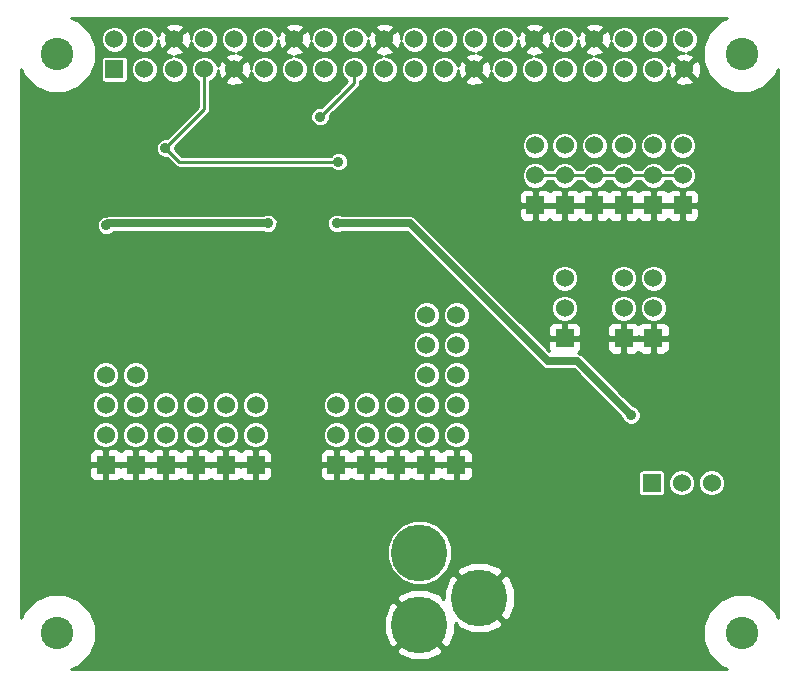
<source format=gbl>
G04 (created by PCBNEW (2013-05-31 BZR 4019)-stable) date 8/19/2014 5:52:22 PM*
%MOIN*%
G04 Gerber Fmt 3.4, Leading zero omitted, Abs format*
%FSLAX34Y34*%
G01*
G70*
G90*
G04 APERTURE LIST*
%ADD10C,0.00590551*%
%ADD11R,0.06X0.06*%
%ADD12C,0.06*%
%ADD13C,0.189*%
%ADD14C,0.108268*%
%ADD15C,0.035*%
%ADD16C,0.01*%
%ADD17C,0.025*%
G04 APERTURE END LIST*
G54D10*
G54D11*
X4007Y-15070D03*
G54D12*
X4007Y-14070D03*
X4007Y-13070D03*
X4007Y-12070D03*
G54D11*
X5007Y-15070D03*
G54D12*
X5007Y-14070D03*
X5007Y-13070D03*
G54D11*
X7007Y-15070D03*
G54D12*
X7007Y-14070D03*
X7007Y-13070D03*
G54D11*
X10696Y-15070D03*
G54D12*
X10696Y-14070D03*
X10696Y-13070D03*
G54D11*
X12696Y-15070D03*
G54D12*
X12696Y-14070D03*
X12696Y-13070D03*
G54D11*
X8007Y-15070D03*
G54D12*
X8007Y-14070D03*
X8007Y-13070D03*
G54D11*
X11696Y-15070D03*
G54D12*
X11696Y-14070D03*
X11696Y-13070D03*
G54D11*
X14696Y-15070D03*
G54D12*
X14696Y-14070D03*
X14696Y-13070D03*
X14696Y-12070D03*
X14696Y-11070D03*
X14696Y-10070D03*
G54D11*
X3007Y-15070D03*
G54D12*
X3007Y-14070D03*
X3007Y-13070D03*
X3007Y-12070D03*
G54D11*
X6007Y-15070D03*
G54D12*
X6007Y-14070D03*
X6007Y-13070D03*
G54D11*
X13696Y-15070D03*
G54D12*
X13696Y-14070D03*
X13696Y-13070D03*
X13696Y-12070D03*
X13696Y-11070D03*
X13696Y-10070D03*
G54D13*
X13464Y-20393D03*
X13464Y-17993D03*
X15464Y-19493D03*
G54D11*
X17322Y-6413D03*
G54D12*
X17322Y-5413D03*
X17322Y-4413D03*
G54D11*
X18307Y-6413D03*
G54D12*
X18307Y-5413D03*
X18307Y-4413D03*
G54D11*
X19291Y-6413D03*
G54D12*
X19291Y-5413D03*
X19291Y-4413D03*
G54D11*
X20275Y-6413D03*
G54D12*
X20275Y-5413D03*
X20275Y-4413D03*
G54D11*
X21259Y-6413D03*
G54D12*
X21259Y-5413D03*
X21259Y-4413D03*
G54D11*
X18307Y-10842D03*
G54D12*
X18307Y-9842D03*
X18307Y-8842D03*
G54D11*
X20275Y-10842D03*
G54D12*
X20275Y-9842D03*
X20275Y-8842D03*
G54D11*
X21259Y-10842D03*
G54D12*
X21259Y-9842D03*
X21259Y-8842D03*
G54D11*
X22244Y-6413D03*
G54D12*
X22244Y-5413D03*
X22244Y-4413D03*
G54D11*
X3295Y-1877D03*
G54D12*
X3295Y-877D03*
X8295Y-1877D03*
X4295Y-877D03*
X9295Y-1877D03*
X5295Y-877D03*
X10295Y-1877D03*
X6295Y-877D03*
X11295Y-1877D03*
X7295Y-877D03*
X12295Y-1877D03*
X8295Y-877D03*
X13295Y-1877D03*
X9295Y-877D03*
X14295Y-1877D03*
X10295Y-877D03*
X15295Y-1877D03*
X11295Y-877D03*
X16295Y-1877D03*
X12295Y-877D03*
X17295Y-1877D03*
X13295Y-877D03*
X18295Y-1877D03*
X14295Y-877D03*
X15295Y-877D03*
X19295Y-1877D03*
X16295Y-877D03*
X18295Y-877D03*
X19295Y-877D03*
X20295Y-877D03*
X21295Y-877D03*
X20295Y-1877D03*
X21295Y-1877D03*
X4295Y-1877D03*
X5295Y-1877D03*
X6295Y-1877D03*
X7295Y-1877D03*
X22295Y-1877D03*
X22295Y-877D03*
X17295Y-877D03*
G54D11*
X21204Y-15669D03*
G54D12*
X22204Y-15669D03*
X23204Y-15669D03*
G54D14*
X24212Y-20669D03*
X1377Y-20669D03*
X24212Y-1377D03*
X1377Y-1377D03*
G54D15*
X10157Y-3464D03*
X4440Y-19450D03*
X10000Y-20350D03*
X767Y-15452D03*
X23110Y-10787D03*
X10826Y-7775D03*
X15551Y-6732D03*
X16456Y-15531D03*
X5413Y-8503D03*
X10767Y-4960D03*
X5000Y-4507D03*
X8410Y-7020D03*
X3031Y-7086D03*
X10710Y-7020D03*
X20520Y-13410D03*
G54D16*
X17322Y-5413D02*
X18307Y-5413D01*
X18307Y-5413D02*
X19291Y-5413D01*
X19291Y-5413D02*
X20275Y-5413D01*
X20275Y-5413D02*
X21259Y-5413D01*
X21259Y-5413D02*
X22244Y-5413D01*
X11295Y-1877D02*
X11295Y-2326D01*
X11295Y-2326D02*
X10157Y-3464D01*
X10767Y-4960D02*
X5452Y-4960D01*
X5452Y-4960D02*
X5000Y-4507D01*
X6295Y-1877D02*
X6295Y-3212D01*
X6295Y-3212D02*
X5000Y-4507D01*
G54D17*
X8410Y-7020D02*
X3098Y-7020D01*
X3098Y-7020D02*
X3031Y-7086D01*
X13150Y-7020D02*
X10710Y-7020D01*
X20520Y-13410D02*
X18724Y-11614D01*
X18724Y-11614D02*
X17744Y-11614D01*
X17744Y-11614D02*
X13150Y-7020D01*
G54D10*
G36*
X25420Y-20189D02*
X25315Y-19933D01*
X24949Y-19567D01*
X24472Y-19369D01*
X23955Y-19369D01*
X23654Y-19493D01*
X23654Y-15580D01*
X23586Y-15414D01*
X23459Y-15288D01*
X23294Y-15219D01*
X23115Y-15219D01*
X22950Y-15287D01*
X22850Y-15387D01*
X22850Y-1959D01*
X22839Y-1741D01*
X22776Y-1590D01*
X22745Y-1581D01*
X22745Y-788D01*
X22676Y-623D01*
X22550Y-496D01*
X22385Y-428D01*
X22206Y-427D01*
X22040Y-496D01*
X21914Y-622D01*
X21845Y-788D01*
X21845Y-967D01*
X21913Y-1132D01*
X22040Y-1259D01*
X22205Y-1327D01*
X22281Y-1327D01*
X22158Y-1334D01*
X22007Y-1396D01*
X21980Y-1492D01*
X22295Y-1807D01*
X22610Y-1492D01*
X22583Y-1396D01*
X22387Y-1326D01*
X22549Y-1259D01*
X22676Y-1133D01*
X22745Y-967D01*
X22745Y-788D01*
X22745Y-1581D01*
X22681Y-1562D01*
X22365Y-1877D01*
X22681Y-2193D01*
X22776Y-2165D01*
X22850Y-1959D01*
X22850Y-15387D01*
X22823Y-15414D01*
X22794Y-15484D01*
X22794Y-6762D01*
X22794Y-6063D01*
X22756Y-5971D01*
X22694Y-5909D01*
X22694Y-5324D01*
X22694Y-4324D01*
X22625Y-4158D01*
X22610Y-4143D01*
X22610Y-2263D01*
X22295Y-1948D01*
X22224Y-2019D01*
X22224Y-1877D01*
X21909Y-1562D01*
X21814Y-1590D01*
X21745Y-1782D01*
X21745Y-788D01*
X21676Y-623D01*
X21550Y-496D01*
X21385Y-428D01*
X21206Y-427D01*
X21040Y-496D01*
X20914Y-622D01*
X20845Y-788D01*
X20845Y-967D01*
X20913Y-1132D01*
X21040Y-1259D01*
X21205Y-1327D01*
X21384Y-1328D01*
X21549Y-1259D01*
X21676Y-1133D01*
X21745Y-967D01*
X21745Y-788D01*
X21745Y-1782D01*
X21744Y-1785D01*
X21676Y-1623D01*
X21550Y-1496D01*
X21385Y-1428D01*
X21206Y-1427D01*
X21040Y-1496D01*
X20914Y-1622D01*
X20845Y-1788D01*
X20845Y-1967D01*
X20913Y-2132D01*
X21040Y-2259D01*
X21205Y-2327D01*
X21384Y-2328D01*
X21549Y-2259D01*
X21676Y-2133D01*
X21745Y-1967D01*
X21745Y-1891D01*
X21751Y-2014D01*
X21814Y-2165D01*
X21909Y-2193D01*
X22224Y-1877D01*
X22224Y-2019D01*
X21980Y-2263D01*
X22007Y-2359D01*
X22213Y-2432D01*
X22432Y-2421D01*
X22583Y-2359D01*
X22610Y-2263D01*
X22610Y-4143D01*
X22499Y-4032D01*
X22333Y-3963D01*
X22154Y-3963D01*
X21989Y-4031D01*
X21862Y-4158D01*
X21794Y-4323D01*
X21794Y-4502D01*
X21862Y-4667D01*
X21988Y-4794D01*
X22154Y-4863D01*
X22333Y-4863D01*
X22498Y-4795D01*
X22625Y-4668D01*
X22694Y-4503D01*
X22694Y-4324D01*
X22694Y-5324D01*
X22625Y-5158D01*
X22499Y-5032D01*
X22333Y-4963D01*
X22154Y-4963D01*
X21989Y-5031D01*
X21862Y-5158D01*
X21839Y-5213D01*
X21709Y-5213D01*
X21709Y-4324D01*
X21641Y-4158D01*
X21515Y-4032D01*
X21349Y-3963D01*
X21170Y-3963D01*
X21005Y-4031D01*
X20878Y-4158D01*
X20809Y-4323D01*
X20809Y-4502D01*
X20878Y-4667D01*
X21004Y-4794D01*
X21169Y-4863D01*
X21348Y-4863D01*
X21514Y-4795D01*
X21641Y-4668D01*
X21709Y-4503D01*
X21709Y-4324D01*
X21709Y-5213D01*
X21664Y-5213D01*
X21641Y-5158D01*
X21515Y-5032D01*
X21349Y-4963D01*
X21170Y-4963D01*
X21005Y-5031D01*
X20878Y-5158D01*
X20855Y-5213D01*
X20745Y-5213D01*
X20745Y-1788D01*
X20745Y-788D01*
X20676Y-623D01*
X20550Y-496D01*
X20385Y-428D01*
X20206Y-427D01*
X20040Y-496D01*
X19914Y-622D01*
X19845Y-788D01*
X19845Y-864D01*
X19839Y-741D01*
X19776Y-590D01*
X19681Y-562D01*
X19610Y-633D01*
X19610Y-492D01*
X19583Y-396D01*
X19377Y-323D01*
X19158Y-334D01*
X19007Y-396D01*
X18980Y-492D01*
X19295Y-807D01*
X19610Y-492D01*
X19610Y-633D01*
X19365Y-877D01*
X19681Y-1193D01*
X19776Y-1165D01*
X19846Y-969D01*
X19913Y-1132D01*
X20040Y-1259D01*
X20205Y-1327D01*
X20384Y-1328D01*
X20549Y-1259D01*
X20676Y-1133D01*
X20745Y-967D01*
X20745Y-788D01*
X20745Y-1788D01*
X20676Y-1623D01*
X20550Y-1496D01*
X20385Y-1428D01*
X20206Y-1427D01*
X20040Y-1496D01*
X19914Y-1622D01*
X19845Y-1788D01*
X19845Y-1967D01*
X19913Y-2132D01*
X20040Y-2259D01*
X20205Y-2327D01*
X20384Y-2328D01*
X20549Y-2259D01*
X20676Y-2133D01*
X20745Y-1967D01*
X20745Y-1788D01*
X20745Y-5213D01*
X20725Y-5213D01*
X20725Y-4324D01*
X20657Y-4158D01*
X20530Y-4032D01*
X20365Y-3963D01*
X20186Y-3963D01*
X20021Y-4031D01*
X19894Y-4158D01*
X19825Y-4323D01*
X19825Y-4502D01*
X19893Y-4667D01*
X20020Y-4794D01*
X20185Y-4863D01*
X20364Y-4863D01*
X20530Y-4795D01*
X20656Y-4668D01*
X20725Y-4503D01*
X20725Y-4324D01*
X20725Y-5213D01*
X20679Y-5213D01*
X20657Y-5158D01*
X20530Y-5032D01*
X20365Y-4963D01*
X20186Y-4963D01*
X20021Y-5031D01*
X19894Y-5158D01*
X19871Y-5213D01*
X19745Y-5213D01*
X19745Y-1788D01*
X19676Y-1623D01*
X19550Y-1496D01*
X19385Y-1428D01*
X19308Y-1427D01*
X19432Y-1421D01*
X19583Y-1359D01*
X19610Y-1263D01*
X19295Y-948D01*
X19224Y-1019D01*
X19224Y-877D01*
X18909Y-562D01*
X18814Y-590D01*
X18744Y-785D01*
X18676Y-623D01*
X18550Y-496D01*
X18385Y-428D01*
X18206Y-427D01*
X18040Y-496D01*
X17914Y-622D01*
X17845Y-788D01*
X17845Y-864D01*
X17839Y-741D01*
X17776Y-590D01*
X17681Y-562D01*
X17610Y-633D01*
X17610Y-492D01*
X17583Y-396D01*
X17377Y-323D01*
X17158Y-334D01*
X17007Y-396D01*
X16980Y-492D01*
X17295Y-807D01*
X17610Y-492D01*
X17610Y-633D01*
X17365Y-877D01*
X17681Y-1193D01*
X17776Y-1165D01*
X17846Y-969D01*
X17913Y-1132D01*
X18040Y-1259D01*
X18205Y-1327D01*
X18384Y-1328D01*
X18549Y-1259D01*
X18676Y-1133D01*
X18745Y-967D01*
X18745Y-891D01*
X18751Y-1014D01*
X18814Y-1165D01*
X18909Y-1193D01*
X19224Y-877D01*
X19224Y-1019D01*
X18980Y-1263D01*
X19007Y-1359D01*
X19203Y-1429D01*
X19040Y-1496D01*
X18914Y-1622D01*
X18845Y-1788D01*
X18845Y-1967D01*
X18913Y-2132D01*
X19040Y-2259D01*
X19205Y-2327D01*
X19384Y-2328D01*
X19549Y-2259D01*
X19676Y-2133D01*
X19745Y-1967D01*
X19745Y-1788D01*
X19745Y-5213D01*
X19741Y-5213D01*
X19741Y-4324D01*
X19673Y-4158D01*
X19546Y-4032D01*
X19381Y-3963D01*
X19202Y-3963D01*
X19036Y-4031D01*
X18910Y-4158D01*
X18841Y-4323D01*
X18841Y-4502D01*
X18909Y-4667D01*
X19036Y-4794D01*
X19201Y-4863D01*
X19380Y-4863D01*
X19545Y-4795D01*
X19672Y-4668D01*
X19741Y-4503D01*
X19741Y-4324D01*
X19741Y-5213D01*
X19695Y-5213D01*
X19673Y-5158D01*
X19546Y-5032D01*
X19381Y-4963D01*
X19202Y-4963D01*
X19036Y-5031D01*
X18910Y-5158D01*
X18887Y-5213D01*
X18757Y-5213D01*
X18757Y-4324D01*
X18745Y-4295D01*
X18745Y-1788D01*
X18676Y-1623D01*
X18550Y-1496D01*
X18385Y-1428D01*
X18206Y-1427D01*
X18040Y-1496D01*
X17914Y-1622D01*
X17845Y-1788D01*
X17845Y-1967D01*
X17913Y-2132D01*
X18040Y-2259D01*
X18205Y-2327D01*
X18384Y-2328D01*
X18549Y-2259D01*
X18676Y-2133D01*
X18745Y-1967D01*
X18745Y-1788D01*
X18745Y-4295D01*
X18688Y-4158D01*
X18562Y-4032D01*
X18396Y-3963D01*
X18217Y-3963D01*
X18052Y-4031D01*
X17925Y-4158D01*
X17857Y-4323D01*
X17857Y-4502D01*
X17925Y-4667D01*
X18051Y-4794D01*
X18217Y-4863D01*
X18396Y-4863D01*
X18561Y-4795D01*
X18688Y-4668D01*
X18757Y-4503D01*
X18757Y-4324D01*
X18757Y-5213D01*
X18711Y-5213D01*
X18688Y-5158D01*
X18562Y-5032D01*
X18396Y-4963D01*
X18217Y-4963D01*
X18052Y-5031D01*
X17925Y-5158D01*
X17902Y-5213D01*
X17772Y-5213D01*
X17772Y-4324D01*
X17745Y-4257D01*
X17745Y-1788D01*
X17676Y-1623D01*
X17550Y-1496D01*
X17385Y-1428D01*
X17308Y-1427D01*
X17432Y-1421D01*
X17583Y-1359D01*
X17610Y-1263D01*
X17295Y-948D01*
X17224Y-1019D01*
X17224Y-877D01*
X16909Y-562D01*
X16814Y-590D01*
X16744Y-785D01*
X16676Y-623D01*
X16550Y-496D01*
X16385Y-428D01*
X16206Y-427D01*
X16040Y-496D01*
X15914Y-622D01*
X15845Y-788D01*
X15845Y-967D01*
X15913Y-1132D01*
X16040Y-1259D01*
X16205Y-1327D01*
X16384Y-1328D01*
X16549Y-1259D01*
X16676Y-1133D01*
X16745Y-967D01*
X16745Y-891D01*
X16751Y-1014D01*
X16814Y-1165D01*
X16909Y-1193D01*
X17224Y-877D01*
X17224Y-1019D01*
X16980Y-1263D01*
X17007Y-1359D01*
X17203Y-1429D01*
X17040Y-1496D01*
X16914Y-1622D01*
X16845Y-1788D01*
X16845Y-1967D01*
X16913Y-2132D01*
X17040Y-2259D01*
X17205Y-2327D01*
X17384Y-2328D01*
X17549Y-2259D01*
X17676Y-2133D01*
X17745Y-1967D01*
X17745Y-1788D01*
X17745Y-4257D01*
X17704Y-4158D01*
X17578Y-4032D01*
X17412Y-3963D01*
X17233Y-3963D01*
X17068Y-4031D01*
X16941Y-4158D01*
X16872Y-4323D01*
X16872Y-4502D01*
X16941Y-4667D01*
X17067Y-4794D01*
X17232Y-4863D01*
X17411Y-4863D01*
X17577Y-4795D01*
X17704Y-4668D01*
X17772Y-4503D01*
X17772Y-4324D01*
X17772Y-5213D01*
X17727Y-5213D01*
X17704Y-5158D01*
X17578Y-5032D01*
X17412Y-4963D01*
X17233Y-4963D01*
X17068Y-5031D01*
X16941Y-5158D01*
X16872Y-5323D01*
X16872Y-5502D01*
X16941Y-5667D01*
X17067Y-5794D01*
X17232Y-5863D01*
X17411Y-5863D01*
X17577Y-5795D01*
X17704Y-5668D01*
X17727Y-5613D01*
X17902Y-5613D01*
X17925Y-5667D01*
X18051Y-5794D01*
X18217Y-5863D01*
X18396Y-5863D01*
X18561Y-5795D01*
X18688Y-5668D01*
X18711Y-5613D01*
X18887Y-5613D01*
X18909Y-5667D01*
X19036Y-5794D01*
X19201Y-5863D01*
X19380Y-5863D01*
X19545Y-5795D01*
X19672Y-5668D01*
X19695Y-5613D01*
X19871Y-5613D01*
X19893Y-5667D01*
X20020Y-5794D01*
X20185Y-5863D01*
X20364Y-5863D01*
X20530Y-5795D01*
X20656Y-5668D01*
X20679Y-5613D01*
X20855Y-5613D01*
X20878Y-5667D01*
X21004Y-5794D01*
X21169Y-5863D01*
X21348Y-5863D01*
X21514Y-5795D01*
X21641Y-5668D01*
X21664Y-5613D01*
X21839Y-5613D01*
X21862Y-5667D01*
X21988Y-5794D01*
X22154Y-5863D01*
X22333Y-5863D01*
X22498Y-5795D01*
X22625Y-5668D01*
X22694Y-5503D01*
X22694Y-5324D01*
X22694Y-5909D01*
X22685Y-5901D01*
X22594Y-5863D01*
X22494Y-5863D01*
X22356Y-5863D01*
X22294Y-5925D01*
X22294Y-6363D01*
X22731Y-6363D01*
X22794Y-6300D01*
X22794Y-6063D01*
X22794Y-6762D01*
X22794Y-6525D01*
X22731Y-6463D01*
X22294Y-6463D01*
X22294Y-6900D01*
X22356Y-6963D01*
X22494Y-6963D01*
X22594Y-6963D01*
X22685Y-6925D01*
X22756Y-6854D01*
X22794Y-6762D01*
X22794Y-15484D01*
X22754Y-15579D01*
X22754Y-15758D01*
X22823Y-15923D01*
X22949Y-16050D01*
X23114Y-16119D01*
X23293Y-16119D01*
X23459Y-16051D01*
X23585Y-15924D01*
X23654Y-15759D01*
X23654Y-15580D01*
X23654Y-19493D01*
X23477Y-19566D01*
X23111Y-19931D01*
X22912Y-20409D01*
X22912Y-20926D01*
X23109Y-21404D01*
X23475Y-21770D01*
X23732Y-21877D01*
X22654Y-21877D01*
X22654Y-15580D01*
X22586Y-15414D01*
X22459Y-15288D01*
X22294Y-15219D01*
X22194Y-15219D01*
X22194Y-6900D01*
X22194Y-6463D01*
X22194Y-6363D01*
X22194Y-5925D01*
X22131Y-5863D01*
X21993Y-5863D01*
X21894Y-5863D01*
X21802Y-5901D01*
X21751Y-5951D01*
X21701Y-5901D01*
X21609Y-5863D01*
X21510Y-5863D01*
X21372Y-5863D01*
X21309Y-5925D01*
X21309Y-6363D01*
X21747Y-6363D01*
X21751Y-6358D01*
X21756Y-6363D01*
X22194Y-6363D01*
X22194Y-6463D01*
X21756Y-6463D01*
X21751Y-6468D01*
X21747Y-6463D01*
X21309Y-6463D01*
X21309Y-6900D01*
X21372Y-6963D01*
X21510Y-6963D01*
X21609Y-6963D01*
X21701Y-6925D01*
X21751Y-6874D01*
X21802Y-6925D01*
X21894Y-6963D01*
X21993Y-6963D01*
X22131Y-6963D01*
X22194Y-6900D01*
X22194Y-15219D01*
X22115Y-15219D01*
X21950Y-15287D01*
X21823Y-15414D01*
X21809Y-15446D01*
X21809Y-11192D01*
X21809Y-10493D01*
X21771Y-10401D01*
X21709Y-10338D01*
X21709Y-9753D01*
X21709Y-8753D01*
X21641Y-8587D01*
X21515Y-8461D01*
X21349Y-8392D01*
X21209Y-8392D01*
X21209Y-6900D01*
X21209Y-6463D01*
X21209Y-6363D01*
X21209Y-5925D01*
X21147Y-5863D01*
X21009Y-5863D01*
X20909Y-5863D01*
X20818Y-5901D01*
X20767Y-5951D01*
X20717Y-5901D01*
X20625Y-5863D01*
X20526Y-5863D01*
X20388Y-5863D01*
X20325Y-5925D01*
X20325Y-6363D01*
X20763Y-6363D01*
X20767Y-6358D01*
X20772Y-6363D01*
X21209Y-6363D01*
X21209Y-6463D01*
X20772Y-6463D01*
X20767Y-6468D01*
X20763Y-6463D01*
X20325Y-6463D01*
X20325Y-6900D01*
X20388Y-6963D01*
X20526Y-6963D01*
X20625Y-6963D01*
X20717Y-6925D01*
X20767Y-6874D01*
X20818Y-6925D01*
X20909Y-6963D01*
X21009Y-6963D01*
X21147Y-6963D01*
X21209Y-6900D01*
X21209Y-8392D01*
X21170Y-8392D01*
X21005Y-8460D01*
X20878Y-8587D01*
X20809Y-8752D01*
X20809Y-8931D01*
X20878Y-9097D01*
X21004Y-9223D01*
X21169Y-9292D01*
X21348Y-9292D01*
X21514Y-9224D01*
X21641Y-9097D01*
X21709Y-8932D01*
X21709Y-8753D01*
X21709Y-9753D01*
X21641Y-9587D01*
X21515Y-9461D01*
X21349Y-9392D01*
X21170Y-9392D01*
X21005Y-9460D01*
X20878Y-9587D01*
X20809Y-9752D01*
X20809Y-9931D01*
X20878Y-10097D01*
X21004Y-10223D01*
X21169Y-10292D01*
X21348Y-10292D01*
X21514Y-10224D01*
X21641Y-10097D01*
X21709Y-9932D01*
X21709Y-9753D01*
X21709Y-10338D01*
X21701Y-10330D01*
X21609Y-10292D01*
X21510Y-10292D01*
X21372Y-10292D01*
X21309Y-10355D01*
X21309Y-10792D01*
X21747Y-10792D01*
X21809Y-10730D01*
X21809Y-10493D01*
X21809Y-11192D01*
X21809Y-10955D01*
X21747Y-10892D01*
X21309Y-10892D01*
X21309Y-11330D01*
X21372Y-11392D01*
X21510Y-11392D01*
X21609Y-11392D01*
X21701Y-11354D01*
X21771Y-11283D01*
X21809Y-11192D01*
X21809Y-15446D01*
X21754Y-15579D01*
X21754Y-15758D01*
X21823Y-15923D01*
X21949Y-16050D01*
X22114Y-16119D01*
X22293Y-16119D01*
X22459Y-16051D01*
X22585Y-15924D01*
X22654Y-15759D01*
X22654Y-15580D01*
X22654Y-21877D01*
X21654Y-21877D01*
X21654Y-15939D01*
X21654Y-15339D01*
X21631Y-15284D01*
X21589Y-15242D01*
X21534Y-15219D01*
X21475Y-15219D01*
X21209Y-15219D01*
X21209Y-11330D01*
X21209Y-10892D01*
X21209Y-10792D01*
X21209Y-10355D01*
X21147Y-10292D01*
X21009Y-10292D01*
X20909Y-10292D01*
X20818Y-10330D01*
X20767Y-10381D01*
X20725Y-10338D01*
X20725Y-9753D01*
X20725Y-8753D01*
X20657Y-8587D01*
X20530Y-8461D01*
X20365Y-8392D01*
X20225Y-8392D01*
X20225Y-6900D01*
X20225Y-6463D01*
X20225Y-6363D01*
X20225Y-5925D01*
X20163Y-5863D01*
X20025Y-5863D01*
X19925Y-5863D01*
X19833Y-5901D01*
X19783Y-5951D01*
X19733Y-5901D01*
X19641Y-5863D01*
X19541Y-5863D01*
X19403Y-5863D01*
X19341Y-5925D01*
X19341Y-6363D01*
X19778Y-6363D01*
X19783Y-6358D01*
X19788Y-6363D01*
X20225Y-6363D01*
X20225Y-6463D01*
X19788Y-6463D01*
X19783Y-6468D01*
X19778Y-6463D01*
X19341Y-6463D01*
X19341Y-6900D01*
X19403Y-6963D01*
X19541Y-6963D01*
X19641Y-6963D01*
X19733Y-6925D01*
X19783Y-6874D01*
X19833Y-6925D01*
X19925Y-6963D01*
X20025Y-6963D01*
X20163Y-6963D01*
X20225Y-6900D01*
X20225Y-8392D01*
X20186Y-8392D01*
X20021Y-8460D01*
X19894Y-8587D01*
X19825Y-8752D01*
X19825Y-8931D01*
X19893Y-9097D01*
X20020Y-9223D01*
X20185Y-9292D01*
X20364Y-9292D01*
X20530Y-9224D01*
X20656Y-9097D01*
X20725Y-8932D01*
X20725Y-8753D01*
X20725Y-9753D01*
X20657Y-9587D01*
X20530Y-9461D01*
X20365Y-9392D01*
X20186Y-9392D01*
X20021Y-9460D01*
X19894Y-9587D01*
X19825Y-9752D01*
X19825Y-9931D01*
X19893Y-10097D01*
X20020Y-10223D01*
X20185Y-10292D01*
X20364Y-10292D01*
X20530Y-10224D01*
X20656Y-10097D01*
X20725Y-9932D01*
X20725Y-9753D01*
X20725Y-10338D01*
X20717Y-10330D01*
X20625Y-10292D01*
X20526Y-10292D01*
X20388Y-10292D01*
X20325Y-10355D01*
X20325Y-10792D01*
X20763Y-10792D01*
X20767Y-10787D01*
X20772Y-10792D01*
X21209Y-10792D01*
X21209Y-10892D01*
X20772Y-10892D01*
X20767Y-10897D01*
X20763Y-10892D01*
X20325Y-10892D01*
X20325Y-11330D01*
X20388Y-11392D01*
X20526Y-11392D01*
X20625Y-11392D01*
X20717Y-11354D01*
X20767Y-11303D01*
X20818Y-11354D01*
X20909Y-11392D01*
X21009Y-11392D01*
X21147Y-11392D01*
X21209Y-11330D01*
X21209Y-15219D01*
X20875Y-15219D01*
X20845Y-15231D01*
X20845Y-13345D01*
X20795Y-13226D01*
X20704Y-13134D01*
X20584Y-13085D01*
X20583Y-13085D01*
X20225Y-12726D01*
X20225Y-11330D01*
X20225Y-10892D01*
X20225Y-10792D01*
X20225Y-10355D01*
X20163Y-10292D01*
X20025Y-10292D01*
X19925Y-10292D01*
X19833Y-10330D01*
X19763Y-10401D01*
X19725Y-10493D01*
X19725Y-10730D01*
X19788Y-10792D01*
X20225Y-10792D01*
X20225Y-10892D01*
X19788Y-10892D01*
X19725Y-10955D01*
X19725Y-11192D01*
X19763Y-11283D01*
X19833Y-11354D01*
X19925Y-11392D01*
X20025Y-11392D01*
X20163Y-11392D01*
X20225Y-11330D01*
X20225Y-12726D01*
X19241Y-11742D01*
X19241Y-6900D01*
X19241Y-6463D01*
X19241Y-6363D01*
X19241Y-5925D01*
X19178Y-5863D01*
X19040Y-5863D01*
X18941Y-5863D01*
X18849Y-5901D01*
X18799Y-5951D01*
X18748Y-5901D01*
X18657Y-5863D01*
X18557Y-5863D01*
X18419Y-5863D01*
X18357Y-5925D01*
X18357Y-6363D01*
X18794Y-6363D01*
X18799Y-6358D01*
X18803Y-6363D01*
X19241Y-6363D01*
X19241Y-6463D01*
X18803Y-6463D01*
X18799Y-6468D01*
X18794Y-6463D01*
X18357Y-6463D01*
X18357Y-6900D01*
X18419Y-6963D01*
X18557Y-6963D01*
X18657Y-6963D01*
X18748Y-6925D01*
X18799Y-6874D01*
X18849Y-6925D01*
X18941Y-6963D01*
X19040Y-6963D01*
X19178Y-6963D01*
X19241Y-6900D01*
X19241Y-11742D01*
X18918Y-11419D01*
X18829Y-11360D01*
X18757Y-11345D01*
X18819Y-11283D01*
X18857Y-11192D01*
X18857Y-10493D01*
X18819Y-10401D01*
X18757Y-10338D01*
X18757Y-9753D01*
X18757Y-8753D01*
X18688Y-8587D01*
X18562Y-8461D01*
X18396Y-8392D01*
X18257Y-8392D01*
X18257Y-6900D01*
X18257Y-6463D01*
X18257Y-6363D01*
X18257Y-5925D01*
X18194Y-5863D01*
X18056Y-5863D01*
X17957Y-5863D01*
X17865Y-5901D01*
X17814Y-5951D01*
X17764Y-5901D01*
X17672Y-5863D01*
X17573Y-5863D01*
X17435Y-5863D01*
X17372Y-5925D01*
X17372Y-6363D01*
X17810Y-6363D01*
X17814Y-6358D01*
X17819Y-6363D01*
X18257Y-6363D01*
X18257Y-6463D01*
X17819Y-6463D01*
X17814Y-6468D01*
X17810Y-6463D01*
X17372Y-6463D01*
X17372Y-6900D01*
X17435Y-6963D01*
X17573Y-6963D01*
X17672Y-6963D01*
X17764Y-6925D01*
X17814Y-6874D01*
X17865Y-6925D01*
X17957Y-6963D01*
X18056Y-6963D01*
X18194Y-6963D01*
X18257Y-6900D01*
X18257Y-8392D01*
X18217Y-8392D01*
X18052Y-8460D01*
X17925Y-8587D01*
X17857Y-8752D01*
X17857Y-8931D01*
X17925Y-9097D01*
X18051Y-9223D01*
X18217Y-9292D01*
X18396Y-9292D01*
X18561Y-9224D01*
X18688Y-9097D01*
X18757Y-8932D01*
X18757Y-8753D01*
X18757Y-9753D01*
X18688Y-9587D01*
X18562Y-9461D01*
X18396Y-9392D01*
X18217Y-9392D01*
X18052Y-9460D01*
X17925Y-9587D01*
X17857Y-9752D01*
X17857Y-9931D01*
X17925Y-10097D01*
X18051Y-10223D01*
X18217Y-10292D01*
X18396Y-10292D01*
X18561Y-10224D01*
X18688Y-10097D01*
X18757Y-9932D01*
X18757Y-9753D01*
X18757Y-10338D01*
X18748Y-10330D01*
X18657Y-10292D01*
X18557Y-10292D01*
X18419Y-10292D01*
X18357Y-10355D01*
X18357Y-10792D01*
X18794Y-10792D01*
X18857Y-10730D01*
X18857Y-10493D01*
X18857Y-11192D01*
X18857Y-10955D01*
X18794Y-10892D01*
X18357Y-10892D01*
X18357Y-10900D01*
X18257Y-10900D01*
X18257Y-10892D01*
X18257Y-10792D01*
X18257Y-10355D01*
X18194Y-10292D01*
X18056Y-10292D01*
X17957Y-10292D01*
X17865Y-10330D01*
X17795Y-10401D01*
X17757Y-10493D01*
X17757Y-10730D01*
X17819Y-10792D01*
X18257Y-10792D01*
X18257Y-10892D01*
X17819Y-10892D01*
X17757Y-10955D01*
X17757Y-11192D01*
X17789Y-11270D01*
X17272Y-10753D01*
X17272Y-6900D01*
X17272Y-6463D01*
X17272Y-6363D01*
X17272Y-5925D01*
X17210Y-5863D01*
X17072Y-5863D01*
X16972Y-5863D01*
X16881Y-5901D01*
X16810Y-5971D01*
X16772Y-6063D01*
X16772Y-6300D01*
X16835Y-6363D01*
X17272Y-6363D01*
X17272Y-6463D01*
X16835Y-6463D01*
X16772Y-6525D01*
X16772Y-6762D01*
X16810Y-6854D01*
X16881Y-6925D01*
X16972Y-6963D01*
X17072Y-6963D01*
X17210Y-6963D01*
X17272Y-6900D01*
X17272Y-10753D01*
X16745Y-10226D01*
X16745Y-1788D01*
X16676Y-1623D01*
X16550Y-1496D01*
X16385Y-1428D01*
X16206Y-1427D01*
X16040Y-1496D01*
X15914Y-1622D01*
X15845Y-1788D01*
X15845Y-1864D01*
X15839Y-1741D01*
X15776Y-1590D01*
X15745Y-1581D01*
X15745Y-788D01*
X15676Y-623D01*
X15550Y-496D01*
X15385Y-428D01*
X15206Y-427D01*
X15040Y-496D01*
X14914Y-622D01*
X14845Y-788D01*
X14845Y-967D01*
X14913Y-1132D01*
X15040Y-1259D01*
X15205Y-1327D01*
X15281Y-1327D01*
X15158Y-1334D01*
X15007Y-1396D01*
X14980Y-1492D01*
X15295Y-1807D01*
X15610Y-1492D01*
X15583Y-1396D01*
X15387Y-1326D01*
X15549Y-1259D01*
X15676Y-1133D01*
X15745Y-967D01*
X15745Y-788D01*
X15745Y-1581D01*
X15681Y-1562D01*
X15365Y-1877D01*
X15681Y-2193D01*
X15776Y-2165D01*
X15846Y-1969D01*
X15913Y-2132D01*
X16040Y-2259D01*
X16205Y-2327D01*
X16384Y-2328D01*
X16549Y-2259D01*
X16676Y-2133D01*
X16745Y-1967D01*
X16745Y-1788D01*
X16745Y-10226D01*
X15610Y-9091D01*
X15610Y-2263D01*
X15295Y-1948D01*
X15224Y-2019D01*
X15224Y-1877D01*
X14909Y-1562D01*
X14814Y-1590D01*
X14745Y-1782D01*
X14745Y-788D01*
X14676Y-623D01*
X14550Y-496D01*
X14385Y-428D01*
X14206Y-427D01*
X14040Y-496D01*
X13914Y-622D01*
X13845Y-788D01*
X13845Y-967D01*
X13913Y-1132D01*
X14040Y-1259D01*
X14205Y-1327D01*
X14384Y-1328D01*
X14549Y-1259D01*
X14676Y-1133D01*
X14745Y-967D01*
X14745Y-788D01*
X14745Y-1782D01*
X14744Y-1785D01*
X14676Y-1623D01*
X14550Y-1496D01*
X14385Y-1428D01*
X14206Y-1427D01*
X14040Y-1496D01*
X13914Y-1622D01*
X13845Y-1788D01*
X13845Y-1967D01*
X13913Y-2132D01*
X14040Y-2259D01*
X14205Y-2327D01*
X14384Y-2328D01*
X14549Y-2259D01*
X14676Y-2133D01*
X14745Y-1967D01*
X14745Y-1891D01*
X14751Y-2014D01*
X14814Y-2165D01*
X14909Y-2193D01*
X15224Y-1877D01*
X15224Y-2019D01*
X14980Y-2263D01*
X15007Y-2359D01*
X15213Y-2432D01*
X15432Y-2421D01*
X15583Y-2359D01*
X15610Y-2263D01*
X15610Y-9091D01*
X13745Y-7226D01*
X13745Y-1788D01*
X13745Y-788D01*
X13676Y-623D01*
X13550Y-496D01*
X13385Y-428D01*
X13206Y-427D01*
X13040Y-496D01*
X12914Y-622D01*
X12845Y-788D01*
X12845Y-864D01*
X12839Y-741D01*
X12776Y-590D01*
X12681Y-562D01*
X12610Y-633D01*
X12610Y-492D01*
X12583Y-396D01*
X12377Y-323D01*
X12158Y-334D01*
X12007Y-396D01*
X11980Y-492D01*
X12295Y-807D01*
X12610Y-492D01*
X12610Y-633D01*
X12365Y-877D01*
X12681Y-1193D01*
X12776Y-1165D01*
X12846Y-969D01*
X12913Y-1132D01*
X13040Y-1259D01*
X13205Y-1327D01*
X13384Y-1328D01*
X13549Y-1259D01*
X13676Y-1133D01*
X13745Y-967D01*
X13745Y-788D01*
X13745Y-1788D01*
X13676Y-1623D01*
X13550Y-1496D01*
X13385Y-1428D01*
X13206Y-1427D01*
X13040Y-1496D01*
X12914Y-1622D01*
X12845Y-1788D01*
X12845Y-1967D01*
X12913Y-2132D01*
X13040Y-2259D01*
X13205Y-2327D01*
X13384Y-2328D01*
X13549Y-2259D01*
X13676Y-2133D01*
X13745Y-1967D01*
X13745Y-1788D01*
X13745Y-7226D01*
X13344Y-6825D01*
X13255Y-6765D01*
X13150Y-6745D01*
X12745Y-6745D01*
X12745Y-1788D01*
X12676Y-1623D01*
X12550Y-1496D01*
X12385Y-1428D01*
X12308Y-1427D01*
X12432Y-1421D01*
X12583Y-1359D01*
X12610Y-1263D01*
X12295Y-948D01*
X12224Y-1019D01*
X12224Y-877D01*
X11909Y-562D01*
X11814Y-590D01*
X11744Y-785D01*
X11676Y-623D01*
X11550Y-496D01*
X11385Y-428D01*
X11206Y-427D01*
X11040Y-496D01*
X10914Y-622D01*
X10845Y-788D01*
X10845Y-967D01*
X10913Y-1132D01*
X11040Y-1259D01*
X11205Y-1327D01*
X11384Y-1328D01*
X11549Y-1259D01*
X11676Y-1133D01*
X11745Y-967D01*
X11745Y-891D01*
X11751Y-1014D01*
X11814Y-1165D01*
X11909Y-1193D01*
X12224Y-877D01*
X12224Y-1019D01*
X11980Y-1263D01*
X12007Y-1359D01*
X12203Y-1429D01*
X12040Y-1496D01*
X11914Y-1622D01*
X11845Y-1788D01*
X11845Y-1967D01*
X11913Y-2132D01*
X12040Y-2259D01*
X12205Y-2327D01*
X12384Y-2328D01*
X12549Y-2259D01*
X12676Y-2133D01*
X12745Y-1967D01*
X12745Y-1788D01*
X12745Y-6745D01*
X11745Y-6745D01*
X11745Y-1788D01*
X11676Y-1623D01*
X11550Y-1496D01*
X11385Y-1428D01*
X11206Y-1427D01*
X11040Y-1496D01*
X10914Y-1622D01*
X10845Y-1788D01*
X10845Y-1967D01*
X10913Y-2132D01*
X11040Y-2259D01*
X11068Y-2270D01*
X10745Y-2593D01*
X10745Y-1788D01*
X10745Y-788D01*
X10676Y-623D01*
X10550Y-496D01*
X10385Y-428D01*
X10206Y-427D01*
X10040Y-496D01*
X9914Y-622D01*
X9845Y-788D01*
X9845Y-864D01*
X9839Y-741D01*
X9776Y-590D01*
X9681Y-562D01*
X9610Y-633D01*
X9610Y-492D01*
X9583Y-396D01*
X9377Y-323D01*
X9158Y-334D01*
X9007Y-396D01*
X8980Y-492D01*
X9295Y-807D01*
X9610Y-492D01*
X9610Y-633D01*
X9365Y-877D01*
X9681Y-1193D01*
X9776Y-1165D01*
X9846Y-969D01*
X9913Y-1132D01*
X10040Y-1259D01*
X10205Y-1327D01*
X10384Y-1328D01*
X10549Y-1259D01*
X10676Y-1133D01*
X10745Y-967D01*
X10745Y-788D01*
X10745Y-1788D01*
X10676Y-1623D01*
X10550Y-1496D01*
X10385Y-1428D01*
X10206Y-1427D01*
X10040Y-1496D01*
X9914Y-1622D01*
X9845Y-1788D01*
X9845Y-1967D01*
X9913Y-2132D01*
X10040Y-2259D01*
X10205Y-2327D01*
X10384Y-2328D01*
X10549Y-2259D01*
X10676Y-2133D01*
X10745Y-1967D01*
X10745Y-1788D01*
X10745Y-2593D01*
X10199Y-3139D01*
X10093Y-3139D01*
X9973Y-3188D01*
X9882Y-3280D01*
X9832Y-3399D01*
X9832Y-3528D01*
X9881Y-3648D01*
X9973Y-3739D01*
X10092Y-3789D01*
X10221Y-3789D01*
X10341Y-3740D01*
X10432Y-3648D01*
X10482Y-3529D01*
X10482Y-3422D01*
X11436Y-2468D01*
X11480Y-2403D01*
X11480Y-2403D01*
X11495Y-2326D01*
X11495Y-2282D01*
X11549Y-2259D01*
X11676Y-2133D01*
X11745Y-1967D01*
X11745Y-1788D01*
X11745Y-6745D01*
X11092Y-6745D01*
X11092Y-4896D01*
X11043Y-4776D01*
X10952Y-4685D01*
X10832Y-4635D01*
X10703Y-4635D01*
X10583Y-4684D01*
X10508Y-4760D01*
X9745Y-4760D01*
X9745Y-1788D01*
X9676Y-1623D01*
X9550Y-1496D01*
X9385Y-1428D01*
X9308Y-1427D01*
X9432Y-1421D01*
X9583Y-1359D01*
X9610Y-1263D01*
X9295Y-948D01*
X9224Y-1019D01*
X9224Y-877D01*
X8909Y-562D01*
X8814Y-590D01*
X8744Y-785D01*
X8676Y-623D01*
X8550Y-496D01*
X8385Y-428D01*
X8206Y-427D01*
X8040Y-496D01*
X7914Y-622D01*
X7845Y-788D01*
X7845Y-967D01*
X7913Y-1132D01*
X8040Y-1259D01*
X8205Y-1327D01*
X8384Y-1328D01*
X8549Y-1259D01*
X8676Y-1133D01*
X8745Y-967D01*
X8745Y-891D01*
X8751Y-1014D01*
X8814Y-1165D01*
X8909Y-1193D01*
X9224Y-877D01*
X9224Y-1019D01*
X8980Y-1263D01*
X9007Y-1359D01*
X9203Y-1429D01*
X9040Y-1496D01*
X8914Y-1622D01*
X8845Y-1788D01*
X8845Y-1967D01*
X8913Y-2132D01*
X9040Y-2259D01*
X9205Y-2327D01*
X9384Y-2328D01*
X9549Y-2259D01*
X9676Y-2133D01*
X9745Y-1967D01*
X9745Y-1788D01*
X9745Y-4760D01*
X8745Y-4760D01*
X8745Y-1788D01*
X8676Y-1623D01*
X8550Y-1496D01*
X8385Y-1428D01*
X8206Y-1427D01*
X8040Y-1496D01*
X7914Y-1622D01*
X7845Y-1788D01*
X7845Y-1864D01*
X7839Y-1741D01*
X7776Y-1590D01*
X7745Y-1581D01*
X7745Y-788D01*
X7676Y-623D01*
X7550Y-496D01*
X7385Y-428D01*
X7206Y-427D01*
X7040Y-496D01*
X6914Y-622D01*
X6845Y-788D01*
X6845Y-967D01*
X6913Y-1132D01*
X7040Y-1259D01*
X7205Y-1327D01*
X7281Y-1327D01*
X7158Y-1334D01*
X7007Y-1396D01*
X6980Y-1492D01*
X7295Y-1807D01*
X7610Y-1492D01*
X7583Y-1396D01*
X7387Y-1326D01*
X7549Y-1259D01*
X7676Y-1133D01*
X7745Y-967D01*
X7745Y-788D01*
X7745Y-1581D01*
X7681Y-1562D01*
X7365Y-1877D01*
X7681Y-2193D01*
X7776Y-2165D01*
X7846Y-1969D01*
X7913Y-2132D01*
X8040Y-2259D01*
X8205Y-2327D01*
X8384Y-2328D01*
X8549Y-2259D01*
X8676Y-2133D01*
X8745Y-1967D01*
X8745Y-1788D01*
X8745Y-4760D01*
X7610Y-4760D01*
X7610Y-2263D01*
X7295Y-1948D01*
X6980Y-2263D01*
X7007Y-2359D01*
X7213Y-2432D01*
X7432Y-2421D01*
X7583Y-2359D01*
X7610Y-2263D01*
X7610Y-4760D01*
X5535Y-4760D01*
X5324Y-4549D01*
X5325Y-4465D01*
X6436Y-3354D01*
X6436Y-3354D01*
X6465Y-3310D01*
X6480Y-3289D01*
X6480Y-3289D01*
X6495Y-3212D01*
X6495Y-3212D01*
X6495Y-2282D01*
X6549Y-2259D01*
X6676Y-2133D01*
X6745Y-1967D01*
X6745Y-1891D01*
X6751Y-2014D01*
X6814Y-2165D01*
X6909Y-2193D01*
X7224Y-1877D01*
X6909Y-1562D01*
X6814Y-1590D01*
X6745Y-1782D01*
X6745Y-788D01*
X6676Y-623D01*
X6550Y-496D01*
X6385Y-428D01*
X6206Y-427D01*
X6040Y-496D01*
X5914Y-622D01*
X5845Y-788D01*
X5845Y-864D01*
X5839Y-741D01*
X5776Y-590D01*
X5681Y-562D01*
X5610Y-633D01*
X5610Y-492D01*
X5583Y-396D01*
X5377Y-323D01*
X5158Y-334D01*
X5007Y-396D01*
X4980Y-492D01*
X5295Y-807D01*
X5610Y-492D01*
X5610Y-633D01*
X5365Y-877D01*
X5681Y-1193D01*
X5776Y-1165D01*
X5846Y-969D01*
X5913Y-1132D01*
X6040Y-1259D01*
X6205Y-1327D01*
X6384Y-1328D01*
X6549Y-1259D01*
X6676Y-1133D01*
X6745Y-967D01*
X6745Y-788D01*
X6745Y-1782D01*
X6744Y-1785D01*
X6676Y-1623D01*
X6550Y-1496D01*
X6385Y-1428D01*
X6206Y-1427D01*
X6040Y-1496D01*
X5914Y-1622D01*
X5845Y-1788D01*
X5845Y-1967D01*
X5913Y-2132D01*
X6040Y-2259D01*
X6095Y-2282D01*
X6095Y-3129D01*
X5745Y-3479D01*
X5745Y-1788D01*
X5676Y-1623D01*
X5550Y-1496D01*
X5385Y-1428D01*
X5308Y-1427D01*
X5432Y-1421D01*
X5583Y-1359D01*
X5610Y-1263D01*
X5295Y-948D01*
X5224Y-1019D01*
X5224Y-877D01*
X4909Y-562D01*
X4814Y-590D01*
X4744Y-785D01*
X4676Y-623D01*
X4550Y-496D01*
X4385Y-428D01*
X4206Y-427D01*
X4040Y-496D01*
X3914Y-622D01*
X3845Y-788D01*
X3845Y-967D01*
X3913Y-1132D01*
X4040Y-1259D01*
X4205Y-1327D01*
X4384Y-1328D01*
X4549Y-1259D01*
X4676Y-1133D01*
X4745Y-967D01*
X4745Y-891D01*
X4751Y-1014D01*
X4814Y-1165D01*
X4909Y-1193D01*
X5224Y-877D01*
X5224Y-1019D01*
X4980Y-1263D01*
X5007Y-1359D01*
X5203Y-1429D01*
X5040Y-1496D01*
X4914Y-1622D01*
X4845Y-1788D01*
X4845Y-1967D01*
X4913Y-2132D01*
X5040Y-2259D01*
X5205Y-2327D01*
X5384Y-2328D01*
X5549Y-2259D01*
X5676Y-2133D01*
X5745Y-1967D01*
X5745Y-1788D01*
X5745Y-3479D01*
X5042Y-4182D01*
X4935Y-4182D01*
X4816Y-4232D01*
X4745Y-4302D01*
X4745Y-1788D01*
X4676Y-1623D01*
X4550Y-1496D01*
X4385Y-1428D01*
X4206Y-1427D01*
X4040Y-1496D01*
X3914Y-1622D01*
X3845Y-1788D01*
X3845Y-1967D01*
X3913Y-2132D01*
X4040Y-2259D01*
X4205Y-2327D01*
X4384Y-2328D01*
X4549Y-2259D01*
X4676Y-2133D01*
X4745Y-1967D01*
X4745Y-1788D01*
X4745Y-4302D01*
X4724Y-4323D01*
X4675Y-4442D01*
X4674Y-4572D01*
X4724Y-4691D01*
X4815Y-4783D01*
X4935Y-4832D01*
X5042Y-4832D01*
X5311Y-5102D01*
X5311Y-5102D01*
X5354Y-5131D01*
X5376Y-5145D01*
X5376Y-5145D01*
X5452Y-5160D01*
X10508Y-5160D01*
X10583Y-5235D01*
X10702Y-5285D01*
X10832Y-5285D01*
X10951Y-5236D01*
X11043Y-5144D01*
X11092Y-5025D01*
X11092Y-4896D01*
X11092Y-6745D01*
X10894Y-6745D01*
X10894Y-6744D01*
X10774Y-6695D01*
X10645Y-6694D01*
X10526Y-6744D01*
X10434Y-6835D01*
X10385Y-6955D01*
X10384Y-7084D01*
X10434Y-7203D01*
X10525Y-7295D01*
X10645Y-7344D01*
X10774Y-7345D01*
X10893Y-7295D01*
X10894Y-7295D01*
X13036Y-7295D01*
X17549Y-11808D01*
X17549Y-11808D01*
X17638Y-11868D01*
X17638Y-11868D01*
X17744Y-11889D01*
X17744Y-11889D01*
X18610Y-11889D01*
X20194Y-13473D01*
X20194Y-13474D01*
X20244Y-13593D01*
X20335Y-13685D01*
X20455Y-13734D01*
X20584Y-13735D01*
X20703Y-13685D01*
X20795Y-13594D01*
X20844Y-13474D01*
X20845Y-13345D01*
X20845Y-15231D01*
X20819Y-15242D01*
X20777Y-15284D01*
X20754Y-15339D01*
X20754Y-15398D01*
X20754Y-15998D01*
X20777Y-16054D01*
X20819Y-16096D01*
X20874Y-16119D01*
X20934Y-16119D01*
X21534Y-16119D01*
X21589Y-16096D01*
X21631Y-16054D01*
X21654Y-15999D01*
X21654Y-15939D01*
X21654Y-21877D01*
X16659Y-21877D01*
X16659Y-19729D01*
X16659Y-19253D01*
X16478Y-18818D01*
X16316Y-18712D01*
X16245Y-18783D01*
X16245Y-18641D01*
X16139Y-18479D01*
X15700Y-18298D01*
X15246Y-18299D01*
X15246Y-15420D01*
X15246Y-14721D01*
X15208Y-14629D01*
X15146Y-14567D01*
X15146Y-13981D01*
X15146Y-12981D01*
X15146Y-11981D01*
X15146Y-10981D01*
X15146Y-9981D01*
X15078Y-9816D01*
X14952Y-9689D01*
X14786Y-9620D01*
X14607Y-9620D01*
X14442Y-9689D01*
X14315Y-9815D01*
X14246Y-9980D01*
X14246Y-10159D01*
X14315Y-10325D01*
X14441Y-10452D01*
X14606Y-10520D01*
X14785Y-10520D01*
X14951Y-10452D01*
X15078Y-10326D01*
X15146Y-10160D01*
X15146Y-9981D01*
X15146Y-10981D01*
X15078Y-10816D01*
X14952Y-10689D01*
X14786Y-10620D01*
X14607Y-10620D01*
X14442Y-10689D01*
X14315Y-10815D01*
X14246Y-10980D01*
X14246Y-11159D01*
X14315Y-11325D01*
X14441Y-11452D01*
X14606Y-11520D01*
X14785Y-11520D01*
X14951Y-11452D01*
X15078Y-11326D01*
X15146Y-11160D01*
X15146Y-10981D01*
X15146Y-11981D01*
X15078Y-11816D01*
X14952Y-11689D01*
X14786Y-11620D01*
X14607Y-11620D01*
X14442Y-11689D01*
X14315Y-11815D01*
X14246Y-11980D01*
X14246Y-12159D01*
X14315Y-12325D01*
X14441Y-12452D01*
X14606Y-12520D01*
X14785Y-12520D01*
X14951Y-12452D01*
X15078Y-12326D01*
X15146Y-12160D01*
X15146Y-11981D01*
X15146Y-12981D01*
X15078Y-12816D01*
X14952Y-12689D01*
X14786Y-12620D01*
X14607Y-12620D01*
X14442Y-12689D01*
X14315Y-12815D01*
X14246Y-12980D01*
X14246Y-13159D01*
X14315Y-13325D01*
X14441Y-13452D01*
X14606Y-13520D01*
X14785Y-13520D01*
X14951Y-13452D01*
X15078Y-13326D01*
X15146Y-13160D01*
X15146Y-12981D01*
X15146Y-13981D01*
X15078Y-13816D01*
X14952Y-13689D01*
X14786Y-13620D01*
X14607Y-13620D01*
X14442Y-13689D01*
X14315Y-13815D01*
X14246Y-13980D01*
X14246Y-14159D01*
X14315Y-14325D01*
X14441Y-14452D01*
X14606Y-14520D01*
X14785Y-14520D01*
X14951Y-14452D01*
X15078Y-14326D01*
X15146Y-14160D01*
X15146Y-13981D01*
X15146Y-14567D01*
X15138Y-14559D01*
X15046Y-14520D01*
X14947Y-14520D01*
X14809Y-14520D01*
X14746Y-14583D01*
X14746Y-15020D01*
X15184Y-15020D01*
X15246Y-14958D01*
X15246Y-14721D01*
X15246Y-15420D01*
X15246Y-15183D01*
X15184Y-15120D01*
X14746Y-15120D01*
X14746Y-15558D01*
X14809Y-15620D01*
X14947Y-15620D01*
X15046Y-15620D01*
X15138Y-15582D01*
X15208Y-15512D01*
X15246Y-15420D01*
X15246Y-18299D01*
X15224Y-18299D01*
X14789Y-18479D01*
X14683Y-18641D01*
X15464Y-19422D01*
X16245Y-18641D01*
X16245Y-18783D01*
X15535Y-19493D01*
X16316Y-20274D01*
X16478Y-20168D01*
X16659Y-19729D01*
X16659Y-21877D01*
X16245Y-21877D01*
X16245Y-20345D01*
X15464Y-19564D01*
X15458Y-19569D01*
X15393Y-19504D01*
X15388Y-19499D01*
X15393Y-19493D01*
X14646Y-18746D01*
X14646Y-15558D01*
X14646Y-15120D01*
X14646Y-15020D01*
X14646Y-14583D01*
X14584Y-14520D01*
X14446Y-14520D01*
X14346Y-14520D01*
X14255Y-14559D01*
X14196Y-14617D01*
X14146Y-14567D01*
X14146Y-13981D01*
X14146Y-12981D01*
X14146Y-11981D01*
X14146Y-10981D01*
X14146Y-9981D01*
X14078Y-9816D01*
X13952Y-9689D01*
X13786Y-9620D01*
X13607Y-9620D01*
X13442Y-9689D01*
X13315Y-9815D01*
X13246Y-9980D01*
X13246Y-10159D01*
X13315Y-10325D01*
X13441Y-10452D01*
X13606Y-10520D01*
X13785Y-10520D01*
X13951Y-10452D01*
X14078Y-10326D01*
X14146Y-10160D01*
X14146Y-9981D01*
X14146Y-10981D01*
X14078Y-10816D01*
X13952Y-10689D01*
X13786Y-10620D01*
X13607Y-10620D01*
X13442Y-10689D01*
X13315Y-10815D01*
X13246Y-10980D01*
X13246Y-11159D01*
X13315Y-11325D01*
X13441Y-11452D01*
X13606Y-11520D01*
X13785Y-11520D01*
X13951Y-11452D01*
X14078Y-11326D01*
X14146Y-11160D01*
X14146Y-10981D01*
X14146Y-11981D01*
X14078Y-11816D01*
X13952Y-11689D01*
X13786Y-11620D01*
X13607Y-11620D01*
X13442Y-11689D01*
X13315Y-11815D01*
X13246Y-11980D01*
X13246Y-12159D01*
X13315Y-12325D01*
X13441Y-12452D01*
X13606Y-12520D01*
X13785Y-12520D01*
X13951Y-12452D01*
X14078Y-12326D01*
X14146Y-12160D01*
X14146Y-11981D01*
X14146Y-12981D01*
X14078Y-12816D01*
X13952Y-12689D01*
X13786Y-12620D01*
X13607Y-12620D01*
X13442Y-12689D01*
X13315Y-12815D01*
X13246Y-12980D01*
X13246Y-13159D01*
X13315Y-13325D01*
X13441Y-13452D01*
X13606Y-13520D01*
X13785Y-13520D01*
X13951Y-13452D01*
X14078Y-13326D01*
X14146Y-13160D01*
X14146Y-12981D01*
X14146Y-13981D01*
X14078Y-13816D01*
X13952Y-13689D01*
X13786Y-13620D01*
X13607Y-13620D01*
X13442Y-13689D01*
X13315Y-13815D01*
X13246Y-13980D01*
X13246Y-14159D01*
X13315Y-14325D01*
X13441Y-14452D01*
X13606Y-14520D01*
X13785Y-14520D01*
X13951Y-14452D01*
X14078Y-14326D01*
X14146Y-14160D01*
X14146Y-13981D01*
X14146Y-14567D01*
X14138Y-14559D01*
X14046Y-14520D01*
X13947Y-14520D01*
X13809Y-14520D01*
X13746Y-14583D01*
X13746Y-15020D01*
X14184Y-15020D01*
X14196Y-15008D01*
X14209Y-15020D01*
X14646Y-15020D01*
X14646Y-15120D01*
X14209Y-15120D01*
X14196Y-15133D01*
X14184Y-15120D01*
X13746Y-15120D01*
X13746Y-15558D01*
X13809Y-15620D01*
X13947Y-15620D01*
X14046Y-15620D01*
X14138Y-15582D01*
X14196Y-15524D01*
X14255Y-15582D01*
X14346Y-15620D01*
X14446Y-15620D01*
X14584Y-15620D01*
X14646Y-15558D01*
X14646Y-18746D01*
X14612Y-18712D01*
X14559Y-18747D01*
X14559Y-17776D01*
X14393Y-17374D01*
X14085Y-17065D01*
X13683Y-16898D01*
X13646Y-16898D01*
X13646Y-15558D01*
X13646Y-15120D01*
X13646Y-15020D01*
X13646Y-14583D01*
X13584Y-14520D01*
X13446Y-14520D01*
X13346Y-14520D01*
X13255Y-14559D01*
X13196Y-14617D01*
X13146Y-14567D01*
X13146Y-13981D01*
X13146Y-12981D01*
X13078Y-12816D01*
X12952Y-12689D01*
X12786Y-12620D01*
X12607Y-12620D01*
X12442Y-12689D01*
X12315Y-12815D01*
X12246Y-12980D01*
X12246Y-13159D01*
X12315Y-13325D01*
X12441Y-13452D01*
X12606Y-13520D01*
X12785Y-13520D01*
X12951Y-13452D01*
X13078Y-13326D01*
X13146Y-13160D01*
X13146Y-12981D01*
X13146Y-13981D01*
X13078Y-13816D01*
X12952Y-13689D01*
X12786Y-13620D01*
X12607Y-13620D01*
X12442Y-13689D01*
X12315Y-13815D01*
X12246Y-13980D01*
X12246Y-14159D01*
X12315Y-14325D01*
X12441Y-14452D01*
X12606Y-14520D01*
X12785Y-14520D01*
X12951Y-14452D01*
X13078Y-14326D01*
X13146Y-14160D01*
X13146Y-13981D01*
X13146Y-14567D01*
X13138Y-14559D01*
X13046Y-14520D01*
X12947Y-14520D01*
X12809Y-14520D01*
X12746Y-14583D01*
X12746Y-15020D01*
X13184Y-15020D01*
X13196Y-15008D01*
X13209Y-15020D01*
X13646Y-15020D01*
X13646Y-15120D01*
X13209Y-15120D01*
X13196Y-15133D01*
X13184Y-15120D01*
X12746Y-15120D01*
X12746Y-15558D01*
X12809Y-15620D01*
X12947Y-15620D01*
X13046Y-15620D01*
X13138Y-15582D01*
X13196Y-15524D01*
X13255Y-15582D01*
X13346Y-15620D01*
X13446Y-15620D01*
X13584Y-15620D01*
X13646Y-15558D01*
X13646Y-16898D01*
X13247Y-16898D01*
X12845Y-17064D01*
X12646Y-17262D01*
X12646Y-15558D01*
X12646Y-15120D01*
X12646Y-15020D01*
X12646Y-14583D01*
X12584Y-14520D01*
X12446Y-14520D01*
X12346Y-14520D01*
X12255Y-14559D01*
X12196Y-14617D01*
X12146Y-14567D01*
X12146Y-13981D01*
X12146Y-12981D01*
X12078Y-12816D01*
X11952Y-12689D01*
X11786Y-12620D01*
X11607Y-12620D01*
X11442Y-12689D01*
X11315Y-12815D01*
X11246Y-12980D01*
X11246Y-13159D01*
X11315Y-13325D01*
X11441Y-13452D01*
X11606Y-13520D01*
X11785Y-13520D01*
X11951Y-13452D01*
X12078Y-13326D01*
X12146Y-13160D01*
X12146Y-12981D01*
X12146Y-13981D01*
X12078Y-13816D01*
X11952Y-13689D01*
X11786Y-13620D01*
X11607Y-13620D01*
X11442Y-13689D01*
X11315Y-13815D01*
X11246Y-13980D01*
X11246Y-14159D01*
X11315Y-14325D01*
X11441Y-14452D01*
X11606Y-14520D01*
X11785Y-14520D01*
X11951Y-14452D01*
X12078Y-14326D01*
X12146Y-14160D01*
X12146Y-13981D01*
X12146Y-14567D01*
X12138Y-14559D01*
X12046Y-14520D01*
X11947Y-14520D01*
X11809Y-14520D01*
X11746Y-14583D01*
X11746Y-15020D01*
X12184Y-15020D01*
X12196Y-15008D01*
X12209Y-15020D01*
X12646Y-15020D01*
X12646Y-15120D01*
X12209Y-15120D01*
X12196Y-15133D01*
X12184Y-15120D01*
X11746Y-15120D01*
X11746Y-15558D01*
X11809Y-15620D01*
X11947Y-15620D01*
X12046Y-15620D01*
X12138Y-15582D01*
X12196Y-15524D01*
X12255Y-15582D01*
X12346Y-15620D01*
X12446Y-15620D01*
X12584Y-15620D01*
X12646Y-15558D01*
X12646Y-17262D01*
X12536Y-17372D01*
X12369Y-17774D01*
X12369Y-18210D01*
X12535Y-18613D01*
X12843Y-18921D01*
X13245Y-19088D01*
X13681Y-19088D01*
X14084Y-18922D01*
X14392Y-18614D01*
X14559Y-18212D01*
X14559Y-17776D01*
X14559Y-18747D01*
X14450Y-18818D01*
X14269Y-19258D01*
X14269Y-19517D01*
X14245Y-19541D01*
X14139Y-19379D01*
X13700Y-19198D01*
X13224Y-19199D01*
X12789Y-19379D01*
X12683Y-19541D01*
X13464Y-20322D01*
X13470Y-20317D01*
X13540Y-20388D01*
X13535Y-20393D01*
X14316Y-21174D01*
X14478Y-21068D01*
X14659Y-20629D01*
X14659Y-20369D01*
X14683Y-20345D01*
X14789Y-20507D01*
X15228Y-20689D01*
X15704Y-20688D01*
X16139Y-20507D01*
X16245Y-20345D01*
X16245Y-21877D01*
X14245Y-21877D01*
X14245Y-21245D01*
X13464Y-20464D01*
X13393Y-20535D01*
X13393Y-20393D01*
X12612Y-19612D01*
X12450Y-19718D01*
X12269Y-20158D01*
X12269Y-20633D01*
X12450Y-21068D01*
X12612Y-21174D01*
X13393Y-20393D01*
X13393Y-20535D01*
X12683Y-21245D01*
X12789Y-21407D01*
X13228Y-21589D01*
X13704Y-21588D01*
X14139Y-21407D01*
X14245Y-21245D01*
X14245Y-21877D01*
X11646Y-21877D01*
X11646Y-15558D01*
X11646Y-15120D01*
X11646Y-15020D01*
X11646Y-14583D01*
X11584Y-14520D01*
X11446Y-14520D01*
X11346Y-14520D01*
X11255Y-14559D01*
X11196Y-14617D01*
X11146Y-14567D01*
X11146Y-13981D01*
X11146Y-12981D01*
X11078Y-12816D01*
X10952Y-12689D01*
X10786Y-12620D01*
X10607Y-12620D01*
X10442Y-12689D01*
X10315Y-12815D01*
X10246Y-12980D01*
X10246Y-13159D01*
X10315Y-13325D01*
X10441Y-13452D01*
X10606Y-13520D01*
X10785Y-13520D01*
X10951Y-13452D01*
X11078Y-13326D01*
X11146Y-13160D01*
X11146Y-12981D01*
X11146Y-13981D01*
X11078Y-13816D01*
X10952Y-13689D01*
X10786Y-13620D01*
X10607Y-13620D01*
X10442Y-13689D01*
X10315Y-13815D01*
X10246Y-13980D01*
X10246Y-14159D01*
X10315Y-14325D01*
X10441Y-14452D01*
X10606Y-14520D01*
X10785Y-14520D01*
X10951Y-14452D01*
X11078Y-14326D01*
X11146Y-14160D01*
X11146Y-13981D01*
X11146Y-14567D01*
X11138Y-14559D01*
X11046Y-14520D01*
X10947Y-14520D01*
X10809Y-14520D01*
X10746Y-14583D01*
X10746Y-15020D01*
X11184Y-15020D01*
X11196Y-15008D01*
X11209Y-15020D01*
X11646Y-15020D01*
X11646Y-15120D01*
X11209Y-15120D01*
X11196Y-15133D01*
X11184Y-15120D01*
X10746Y-15120D01*
X10746Y-15558D01*
X10809Y-15620D01*
X10947Y-15620D01*
X11046Y-15620D01*
X11138Y-15582D01*
X11196Y-15524D01*
X11255Y-15582D01*
X11346Y-15620D01*
X11446Y-15620D01*
X11584Y-15620D01*
X11646Y-15558D01*
X11646Y-21877D01*
X10646Y-21877D01*
X10646Y-15558D01*
X10646Y-15120D01*
X10646Y-15020D01*
X10646Y-14583D01*
X10584Y-14520D01*
X10446Y-14520D01*
X10346Y-14520D01*
X10255Y-14559D01*
X10184Y-14629D01*
X10146Y-14721D01*
X10146Y-14958D01*
X10209Y-15020D01*
X10646Y-15020D01*
X10646Y-15120D01*
X10209Y-15120D01*
X10146Y-15183D01*
X10146Y-15420D01*
X10184Y-15512D01*
X10255Y-15582D01*
X10346Y-15620D01*
X10446Y-15620D01*
X10584Y-15620D01*
X10646Y-15558D01*
X10646Y-21877D01*
X8735Y-21877D01*
X8735Y-6955D01*
X8685Y-6836D01*
X8594Y-6744D01*
X8474Y-6695D01*
X8345Y-6694D01*
X8226Y-6744D01*
X8225Y-6745D01*
X3745Y-6745D01*
X3745Y-788D01*
X3676Y-623D01*
X3550Y-496D01*
X3385Y-428D01*
X3206Y-427D01*
X3040Y-496D01*
X2914Y-622D01*
X2845Y-788D01*
X2845Y-967D01*
X2913Y-1132D01*
X3040Y-1259D01*
X3205Y-1327D01*
X3384Y-1328D01*
X3549Y-1259D01*
X3676Y-1133D01*
X3745Y-967D01*
X3745Y-788D01*
X3745Y-6745D01*
X3745Y-6745D01*
X3745Y-2148D01*
X3745Y-1548D01*
X3722Y-1493D01*
X3680Y-1450D01*
X3625Y-1427D01*
X3565Y-1427D01*
X2965Y-1427D01*
X2910Y-1450D01*
X2868Y-1492D01*
X2845Y-1547D01*
X2845Y-1607D01*
X2845Y-2207D01*
X2868Y-2262D01*
X2910Y-2305D01*
X2965Y-2327D01*
X3024Y-2327D01*
X3624Y-2327D01*
X3680Y-2305D01*
X3722Y-2263D01*
X3745Y-2207D01*
X3745Y-2148D01*
X3745Y-6745D01*
X3098Y-6745D01*
X3014Y-6761D01*
X2967Y-6761D01*
X2847Y-6810D01*
X2756Y-6902D01*
X2706Y-7021D01*
X2706Y-7150D01*
X2755Y-7270D01*
X2847Y-7361D01*
X2966Y-7411D01*
X3095Y-7411D01*
X3215Y-7362D01*
X3282Y-7295D01*
X8225Y-7295D01*
X8225Y-7295D01*
X8345Y-7344D01*
X8474Y-7345D01*
X8593Y-7295D01*
X8685Y-7204D01*
X8734Y-7084D01*
X8735Y-6955D01*
X8735Y-21877D01*
X8557Y-21877D01*
X8557Y-15420D01*
X8557Y-14721D01*
X8519Y-14629D01*
X8457Y-14567D01*
X8457Y-13981D01*
X8457Y-12981D01*
X8389Y-12816D01*
X8263Y-12689D01*
X8097Y-12620D01*
X7918Y-12620D01*
X7753Y-12689D01*
X7626Y-12815D01*
X7557Y-12980D01*
X7557Y-13159D01*
X7626Y-13325D01*
X7752Y-13452D01*
X7917Y-13520D01*
X8096Y-13520D01*
X8262Y-13452D01*
X8389Y-13326D01*
X8457Y-13160D01*
X8457Y-12981D01*
X8457Y-13981D01*
X8389Y-13816D01*
X8263Y-13689D01*
X8097Y-13620D01*
X7918Y-13620D01*
X7753Y-13689D01*
X7626Y-13815D01*
X7557Y-13980D01*
X7557Y-14159D01*
X7626Y-14325D01*
X7752Y-14452D01*
X7917Y-14520D01*
X8096Y-14520D01*
X8262Y-14452D01*
X8389Y-14326D01*
X8457Y-14160D01*
X8457Y-13981D01*
X8457Y-14567D01*
X8449Y-14559D01*
X8357Y-14520D01*
X8258Y-14520D01*
X8120Y-14520D01*
X8057Y-14583D01*
X8057Y-15020D01*
X8495Y-15020D01*
X8557Y-14958D01*
X8557Y-14721D01*
X8557Y-15420D01*
X8557Y-15183D01*
X8495Y-15120D01*
X8057Y-15120D01*
X8057Y-15558D01*
X8120Y-15620D01*
X8258Y-15620D01*
X8357Y-15620D01*
X8449Y-15582D01*
X8519Y-15512D01*
X8557Y-15420D01*
X8557Y-21877D01*
X7957Y-21877D01*
X7957Y-15558D01*
X7957Y-15120D01*
X7957Y-15020D01*
X7957Y-14583D01*
X7895Y-14520D01*
X7757Y-14520D01*
X7657Y-14520D01*
X7566Y-14559D01*
X7507Y-14617D01*
X7457Y-14567D01*
X7457Y-13981D01*
X7457Y-12981D01*
X7389Y-12816D01*
X7263Y-12689D01*
X7097Y-12620D01*
X6918Y-12620D01*
X6753Y-12689D01*
X6626Y-12815D01*
X6557Y-12980D01*
X6557Y-13159D01*
X6626Y-13325D01*
X6752Y-13452D01*
X6917Y-13520D01*
X7096Y-13520D01*
X7262Y-13452D01*
X7389Y-13326D01*
X7457Y-13160D01*
X7457Y-12981D01*
X7457Y-13981D01*
X7389Y-13816D01*
X7263Y-13689D01*
X7097Y-13620D01*
X6918Y-13620D01*
X6753Y-13689D01*
X6626Y-13815D01*
X6557Y-13980D01*
X6557Y-14159D01*
X6626Y-14325D01*
X6752Y-14452D01*
X6917Y-14520D01*
X7096Y-14520D01*
X7262Y-14452D01*
X7389Y-14326D01*
X7457Y-14160D01*
X7457Y-13981D01*
X7457Y-14567D01*
X7449Y-14559D01*
X7357Y-14520D01*
X7258Y-14520D01*
X7120Y-14520D01*
X7057Y-14583D01*
X7057Y-15020D01*
X7495Y-15020D01*
X7507Y-15008D01*
X7520Y-15020D01*
X7957Y-15020D01*
X7957Y-15120D01*
X7520Y-15120D01*
X7507Y-15133D01*
X7495Y-15120D01*
X7057Y-15120D01*
X7057Y-15558D01*
X7120Y-15620D01*
X7258Y-15620D01*
X7357Y-15620D01*
X7449Y-15582D01*
X7507Y-15524D01*
X7566Y-15582D01*
X7657Y-15620D01*
X7757Y-15620D01*
X7895Y-15620D01*
X7957Y-15558D01*
X7957Y-21877D01*
X6957Y-21877D01*
X6957Y-15558D01*
X6957Y-15120D01*
X6957Y-15020D01*
X6957Y-14583D01*
X6895Y-14520D01*
X6757Y-14520D01*
X6657Y-14520D01*
X6566Y-14559D01*
X6507Y-14617D01*
X6457Y-14567D01*
X6457Y-13981D01*
X6457Y-12981D01*
X6389Y-12816D01*
X6263Y-12689D01*
X6097Y-12620D01*
X5918Y-12620D01*
X5753Y-12689D01*
X5626Y-12815D01*
X5557Y-12980D01*
X5557Y-13159D01*
X5626Y-13325D01*
X5752Y-13452D01*
X5917Y-13520D01*
X6096Y-13520D01*
X6262Y-13452D01*
X6389Y-13326D01*
X6457Y-13160D01*
X6457Y-12981D01*
X6457Y-13981D01*
X6389Y-13816D01*
X6263Y-13689D01*
X6097Y-13620D01*
X5918Y-13620D01*
X5753Y-13689D01*
X5626Y-13815D01*
X5557Y-13980D01*
X5557Y-14159D01*
X5626Y-14325D01*
X5752Y-14452D01*
X5917Y-14520D01*
X6096Y-14520D01*
X6262Y-14452D01*
X6389Y-14326D01*
X6457Y-14160D01*
X6457Y-13981D01*
X6457Y-14567D01*
X6449Y-14559D01*
X6357Y-14520D01*
X6258Y-14520D01*
X6120Y-14520D01*
X6057Y-14583D01*
X6057Y-15020D01*
X6495Y-15020D01*
X6507Y-15008D01*
X6520Y-15020D01*
X6957Y-15020D01*
X6957Y-15120D01*
X6520Y-15120D01*
X6507Y-15133D01*
X6495Y-15120D01*
X6057Y-15120D01*
X6057Y-15558D01*
X6120Y-15620D01*
X6258Y-15620D01*
X6357Y-15620D01*
X6449Y-15582D01*
X6507Y-15524D01*
X6566Y-15582D01*
X6657Y-15620D01*
X6757Y-15620D01*
X6895Y-15620D01*
X6957Y-15558D01*
X6957Y-21877D01*
X5957Y-21877D01*
X5957Y-15558D01*
X5957Y-15120D01*
X5957Y-15020D01*
X5957Y-14583D01*
X5895Y-14520D01*
X5757Y-14520D01*
X5657Y-14520D01*
X5566Y-14559D01*
X5507Y-14617D01*
X5457Y-14567D01*
X5457Y-13981D01*
X5457Y-12981D01*
X5389Y-12816D01*
X5263Y-12689D01*
X5097Y-12620D01*
X4918Y-12620D01*
X4753Y-12689D01*
X4626Y-12815D01*
X4557Y-12980D01*
X4557Y-13159D01*
X4626Y-13325D01*
X4752Y-13452D01*
X4917Y-13520D01*
X5096Y-13520D01*
X5262Y-13452D01*
X5389Y-13326D01*
X5457Y-13160D01*
X5457Y-12981D01*
X5457Y-13981D01*
X5389Y-13816D01*
X5263Y-13689D01*
X5097Y-13620D01*
X4918Y-13620D01*
X4753Y-13689D01*
X4626Y-13815D01*
X4557Y-13980D01*
X4557Y-14159D01*
X4626Y-14325D01*
X4752Y-14452D01*
X4917Y-14520D01*
X5096Y-14520D01*
X5262Y-14452D01*
X5389Y-14326D01*
X5457Y-14160D01*
X5457Y-13981D01*
X5457Y-14567D01*
X5449Y-14559D01*
X5357Y-14520D01*
X5258Y-14520D01*
X5120Y-14520D01*
X5057Y-14583D01*
X5057Y-15020D01*
X5495Y-15020D01*
X5507Y-15008D01*
X5520Y-15020D01*
X5957Y-15020D01*
X5957Y-15120D01*
X5520Y-15120D01*
X5507Y-15133D01*
X5495Y-15120D01*
X5057Y-15120D01*
X5057Y-15558D01*
X5120Y-15620D01*
X5258Y-15620D01*
X5357Y-15620D01*
X5449Y-15582D01*
X5507Y-15524D01*
X5566Y-15582D01*
X5657Y-15620D01*
X5757Y-15620D01*
X5895Y-15620D01*
X5957Y-15558D01*
X5957Y-21877D01*
X4957Y-21877D01*
X4957Y-15558D01*
X4957Y-15120D01*
X4957Y-15020D01*
X4957Y-14583D01*
X4895Y-14520D01*
X4757Y-14520D01*
X4657Y-14520D01*
X4566Y-14559D01*
X4507Y-14617D01*
X4457Y-14567D01*
X4457Y-13981D01*
X4457Y-12981D01*
X4457Y-11981D01*
X4389Y-11816D01*
X4263Y-11689D01*
X4097Y-11620D01*
X3918Y-11620D01*
X3753Y-11689D01*
X3626Y-11815D01*
X3557Y-11980D01*
X3557Y-12159D01*
X3626Y-12325D01*
X3752Y-12452D01*
X3917Y-12520D01*
X4096Y-12520D01*
X4262Y-12452D01*
X4389Y-12326D01*
X4457Y-12160D01*
X4457Y-11981D01*
X4457Y-12981D01*
X4389Y-12816D01*
X4263Y-12689D01*
X4097Y-12620D01*
X3918Y-12620D01*
X3753Y-12689D01*
X3626Y-12815D01*
X3557Y-12980D01*
X3557Y-13159D01*
X3626Y-13325D01*
X3752Y-13452D01*
X3917Y-13520D01*
X4096Y-13520D01*
X4262Y-13452D01*
X4389Y-13326D01*
X4457Y-13160D01*
X4457Y-12981D01*
X4457Y-13981D01*
X4389Y-13816D01*
X4263Y-13689D01*
X4097Y-13620D01*
X3918Y-13620D01*
X3753Y-13689D01*
X3626Y-13815D01*
X3557Y-13980D01*
X3557Y-14159D01*
X3626Y-14325D01*
X3752Y-14452D01*
X3917Y-14520D01*
X4096Y-14520D01*
X4262Y-14452D01*
X4389Y-14326D01*
X4457Y-14160D01*
X4457Y-13981D01*
X4457Y-14567D01*
X4449Y-14559D01*
X4357Y-14520D01*
X4258Y-14520D01*
X4120Y-14520D01*
X4057Y-14583D01*
X4057Y-15020D01*
X4495Y-15020D01*
X4507Y-15008D01*
X4520Y-15020D01*
X4957Y-15020D01*
X4957Y-15120D01*
X4520Y-15120D01*
X4507Y-15133D01*
X4495Y-15120D01*
X4057Y-15120D01*
X4057Y-15558D01*
X4120Y-15620D01*
X4258Y-15620D01*
X4357Y-15620D01*
X4449Y-15582D01*
X4507Y-15524D01*
X4566Y-15582D01*
X4657Y-15620D01*
X4757Y-15620D01*
X4895Y-15620D01*
X4957Y-15558D01*
X4957Y-21877D01*
X3957Y-21877D01*
X3957Y-15558D01*
X3957Y-15120D01*
X3957Y-15020D01*
X3957Y-14583D01*
X3895Y-14520D01*
X3757Y-14520D01*
X3657Y-14520D01*
X3566Y-14559D01*
X3507Y-14617D01*
X3457Y-14567D01*
X3457Y-13981D01*
X3457Y-12981D01*
X3457Y-11981D01*
X3389Y-11816D01*
X3263Y-11689D01*
X3097Y-11620D01*
X2918Y-11620D01*
X2753Y-11689D01*
X2626Y-11815D01*
X2557Y-11980D01*
X2557Y-12159D01*
X2626Y-12325D01*
X2752Y-12452D01*
X2917Y-12520D01*
X3096Y-12520D01*
X3262Y-12452D01*
X3389Y-12326D01*
X3457Y-12160D01*
X3457Y-11981D01*
X3457Y-12981D01*
X3389Y-12816D01*
X3263Y-12689D01*
X3097Y-12620D01*
X2918Y-12620D01*
X2753Y-12689D01*
X2626Y-12815D01*
X2557Y-12980D01*
X2557Y-13159D01*
X2626Y-13325D01*
X2752Y-13452D01*
X2917Y-13520D01*
X3096Y-13520D01*
X3262Y-13452D01*
X3389Y-13326D01*
X3457Y-13160D01*
X3457Y-12981D01*
X3457Y-13981D01*
X3389Y-13816D01*
X3263Y-13689D01*
X3097Y-13620D01*
X2918Y-13620D01*
X2753Y-13689D01*
X2626Y-13815D01*
X2557Y-13980D01*
X2557Y-14159D01*
X2626Y-14325D01*
X2752Y-14452D01*
X2917Y-14520D01*
X3096Y-14520D01*
X3262Y-14452D01*
X3389Y-14326D01*
X3457Y-14160D01*
X3457Y-13981D01*
X3457Y-14567D01*
X3449Y-14559D01*
X3357Y-14520D01*
X3258Y-14520D01*
X3120Y-14520D01*
X3057Y-14583D01*
X3057Y-15020D01*
X3495Y-15020D01*
X3507Y-15008D01*
X3520Y-15020D01*
X3957Y-15020D01*
X3957Y-15120D01*
X3520Y-15120D01*
X3507Y-15133D01*
X3495Y-15120D01*
X3057Y-15120D01*
X3057Y-15558D01*
X3120Y-15620D01*
X3258Y-15620D01*
X3357Y-15620D01*
X3449Y-15582D01*
X3507Y-15524D01*
X3566Y-15582D01*
X3657Y-15620D01*
X3757Y-15620D01*
X3895Y-15620D01*
X3957Y-15558D01*
X3957Y-21877D01*
X2957Y-21877D01*
X2957Y-15558D01*
X2957Y-15120D01*
X2957Y-15020D01*
X2957Y-14583D01*
X2895Y-14520D01*
X2757Y-14520D01*
X2657Y-14520D01*
X2566Y-14559D01*
X2495Y-14629D01*
X2457Y-14721D01*
X2457Y-14958D01*
X2520Y-15020D01*
X2957Y-15020D01*
X2957Y-15120D01*
X2520Y-15120D01*
X2457Y-15183D01*
X2457Y-15420D01*
X2495Y-15512D01*
X2566Y-15582D01*
X2657Y-15620D01*
X2757Y-15620D01*
X2895Y-15620D01*
X2957Y-15558D01*
X2957Y-21877D01*
X1857Y-21877D01*
X2113Y-21772D01*
X2479Y-21406D01*
X2677Y-20929D01*
X2678Y-20411D01*
X2480Y-19933D01*
X2115Y-19567D01*
X1637Y-19369D01*
X1120Y-19369D01*
X642Y-19566D01*
X276Y-19931D01*
X169Y-20189D01*
X169Y-1857D01*
X275Y-2113D01*
X640Y-2479D01*
X1118Y-2677D01*
X1635Y-2678D01*
X2113Y-2480D01*
X2479Y-2115D01*
X2677Y-1637D01*
X2678Y-1120D01*
X2480Y-642D01*
X2115Y-276D01*
X1858Y-169D01*
X23732Y-169D01*
X23477Y-275D01*
X23111Y-640D01*
X22912Y-1118D01*
X22912Y-1635D01*
X23109Y-2113D01*
X23475Y-2479D01*
X23952Y-2677D01*
X24470Y-2678D01*
X24948Y-2480D01*
X25314Y-2115D01*
X25420Y-1858D01*
X25420Y-20189D01*
X25420Y-20189D01*
G37*
G54D16*
X25420Y-20189D02*
X25315Y-19933D01*
X24949Y-19567D01*
X24472Y-19369D01*
X23955Y-19369D01*
X23654Y-19493D01*
X23654Y-15580D01*
X23586Y-15414D01*
X23459Y-15288D01*
X23294Y-15219D01*
X23115Y-15219D01*
X22950Y-15287D01*
X22850Y-15387D01*
X22850Y-1959D01*
X22839Y-1741D01*
X22776Y-1590D01*
X22745Y-1581D01*
X22745Y-788D01*
X22676Y-623D01*
X22550Y-496D01*
X22385Y-428D01*
X22206Y-427D01*
X22040Y-496D01*
X21914Y-622D01*
X21845Y-788D01*
X21845Y-967D01*
X21913Y-1132D01*
X22040Y-1259D01*
X22205Y-1327D01*
X22281Y-1327D01*
X22158Y-1334D01*
X22007Y-1396D01*
X21980Y-1492D01*
X22295Y-1807D01*
X22610Y-1492D01*
X22583Y-1396D01*
X22387Y-1326D01*
X22549Y-1259D01*
X22676Y-1133D01*
X22745Y-967D01*
X22745Y-788D01*
X22745Y-1581D01*
X22681Y-1562D01*
X22365Y-1877D01*
X22681Y-2193D01*
X22776Y-2165D01*
X22850Y-1959D01*
X22850Y-15387D01*
X22823Y-15414D01*
X22794Y-15484D01*
X22794Y-6762D01*
X22794Y-6063D01*
X22756Y-5971D01*
X22694Y-5909D01*
X22694Y-5324D01*
X22694Y-4324D01*
X22625Y-4158D01*
X22610Y-4143D01*
X22610Y-2263D01*
X22295Y-1948D01*
X22224Y-2019D01*
X22224Y-1877D01*
X21909Y-1562D01*
X21814Y-1590D01*
X21745Y-1782D01*
X21745Y-788D01*
X21676Y-623D01*
X21550Y-496D01*
X21385Y-428D01*
X21206Y-427D01*
X21040Y-496D01*
X20914Y-622D01*
X20845Y-788D01*
X20845Y-967D01*
X20913Y-1132D01*
X21040Y-1259D01*
X21205Y-1327D01*
X21384Y-1328D01*
X21549Y-1259D01*
X21676Y-1133D01*
X21745Y-967D01*
X21745Y-788D01*
X21745Y-1782D01*
X21744Y-1785D01*
X21676Y-1623D01*
X21550Y-1496D01*
X21385Y-1428D01*
X21206Y-1427D01*
X21040Y-1496D01*
X20914Y-1622D01*
X20845Y-1788D01*
X20845Y-1967D01*
X20913Y-2132D01*
X21040Y-2259D01*
X21205Y-2327D01*
X21384Y-2328D01*
X21549Y-2259D01*
X21676Y-2133D01*
X21745Y-1967D01*
X21745Y-1891D01*
X21751Y-2014D01*
X21814Y-2165D01*
X21909Y-2193D01*
X22224Y-1877D01*
X22224Y-2019D01*
X21980Y-2263D01*
X22007Y-2359D01*
X22213Y-2432D01*
X22432Y-2421D01*
X22583Y-2359D01*
X22610Y-2263D01*
X22610Y-4143D01*
X22499Y-4032D01*
X22333Y-3963D01*
X22154Y-3963D01*
X21989Y-4031D01*
X21862Y-4158D01*
X21794Y-4323D01*
X21794Y-4502D01*
X21862Y-4667D01*
X21988Y-4794D01*
X22154Y-4863D01*
X22333Y-4863D01*
X22498Y-4795D01*
X22625Y-4668D01*
X22694Y-4503D01*
X22694Y-4324D01*
X22694Y-5324D01*
X22625Y-5158D01*
X22499Y-5032D01*
X22333Y-4963D01*
X22154Y-4963D01*
X21989Y-5031D01*
X21862Y-5158D01*
X21839Y-5213D01*
X21709Y-5213D01*
X21709Y-4324D01*
X21641Y-4158D01*
X21515Y-4032D01*
X21349Y-3963D01*
X21170Y-3963D01*
X21005Y-4031D01*
X20878Y-4158D01*
X20809Y-4323D01*
X20809Y-4502D01*
X20878Y-4667D01*
X21004Y-4794D01*
X21169Y-4863D01*
X21348Y-4863D01*
X21514Y-4795D01*
X21641Y-4668D01*
X21709Y-4503D01*
X21709Y-4324D01*
X21709Y-5213D01*
X21664Y-5213D01*
X21641Y-5158D01*
X21515Y-5032D01*
X21349Y-4963D01*
X21170Y-4963D01*
X21005Y-5031D01*
X20878Y-5158D01*
X20855Y-5213D01*
X20745Y-5213D01*
X20745Y-1788D01*
X20745Y-788D01*
X20676Y-623D01*
X20550Y-496D01*
X20385Y-428D01*
X20206Y-427D01*
X20040Y-496D01*
X19914Y-622D01*
X19845Y-788D01*
X19845Y-864D01*
X19839Y-741D01*
X19776Y-590D01*
X19681Y-562D01*
X19610Y-633D01*
X19610Y-492D01*
X19583Y-396D01*
X19377Y-323D01*
X19158Y-334D01*
X19007Y-396D01*
X18980Y-492D01*
X19295Y-807D01*
X19610Y-492D01*
X19610Y-633D01*
X19365Y-877D01*
X19681Y-1193D01*
X19776Y-1165D01*
X19846Y-969D01*
X19913Y-1132D01*
X20040Y-1259D01*
X20205Y-1327D01*
X20384Y-1328D01*
X20549Y-1259D01*
X20676Y-1133D01*
X20745Y-967D01*
X20745Y-788D01*
X20745Y-1788D01*
X20676Y-1623D01*
X20550Y-1496D01*
X20385Y-1428D01*
X20206Y-1427D01*
X20040Y-1496D01*
X19914Y-1622D01*
X19845Y-1788D01*
X19845Y-1967D01*
X19913Y-2132D01*
X20040Y-2259D01*
X20205Y-2327D01*
X20384Y-2328D01*
X20549Y-2259D01*
X20676Y-2133D01*
X20745Y-1967D01*
X20745Y-1788D01*
X20745Y-5213D01*
X20725Y-5213D01*
X20725Y-4324D01*
X20657Y-4158D01*
X20530Y-4032D01*
X20365Y-3963D01*
X20186Y-3963D01*
X20021Y-4031D01*
X19894Y-4158D01*
X19825Y-4323D01*
X19825Y-4502D01*
X19893Y-4667D01*
X20020Y-4794D01*
X20185Y-4863D01*
X20364Y-4863D01*
X20530Y-4795D01*
X20656Y-4668D01*
X20725Y-4503D01*
X20725Y-4324D01*
X20725Y-5213D01*
X20679Y-5213D01*
X20657Y-5158D01*
X20530Y-5032D01*
X20365Y-4963D01*
X20186Y-4963D01*
X20021Y-5031D01*
X19894Y-5158D01*
X19871Y-5213D01*
X19745Y-5213D01*
X19745Y-1788D01*
X19676Y-1623D01*
X19550Y-1496D01*
X19385Y-1428D01*
X19308Y-1427D01*
X19432Y-1421D01*
X19583Y-1359D01*
X19610Y-1263D01*
X19295Y-948D01*
X19224Y-1019D01*
X19224Y-877D01*
X18909Y-562D01*
X18814Y-590D01*
X18744Y-785D01*
X18676Y-623D01*
X18550Y-496D01*
X18385Y-428D01*
X18206Y-427D01*
X18040Y-496D01*
X17914Y-622D01*
X17845Y-788D01*
X17845Y-864D01*
X17839Y-741D01*
X17776Y-590D01*
X17681Y-562D01*
X17610Y-633D01*
X17610Y-492D01*
X17583Y-396D01*
X17377Y-323D01*
X17158Y-334D01*
X17007Y-396D01*
X16980Y-492D01*
X17295Y-807D01*
X17610Y-492D01*
X17610Y-633D01*
X17365Y-877D01*
X17681Y-1193D01*
X17776Y-1165D01*
X17846Y-969D01*
X17913Y-1132D01*
X18040Y-1259D01*
X18205Y-1327D01*
X18384Y-1328D01*
X18549Y-1259D01*
X18676Y-1133D01*
X18745Y-967D01*
X18745Y-891D01*
X18751Y-1014D01*
X18814Y-1165D01*
X18909Y-1193D01*
X19224Y-877D01*
X19224Y-1019D01*
X18980Y-1263D01*
X19007Y-1359D01*
X19203Y-1429D01*
X19040Y-1496D01*
X18914Y-1622D01*
X18845Y-1788D01*
X18845Y-1967D01*
X18913Y-2132D01*
X19040Y-2259D01*
X19205Y-2327D01*
X19384Y-2328D01*
X19549Y-2259D01*
X19676Y-2133D01*
X19745Y-1967D01*
X19745Y-1788D01*
X19745Y-5213D01*
X19741Y-5213D01*
X19741Y-4324D01*
X19673Y-4158D01*
X19546Y-4032D01*
X19381Y-3963D01*
X19202Y-3963D01*
X19036Y-4031D01*
X18910Y-4158D01*
X18841Y-4323D01*
X18841Y-4502D01*
X18909Y-4667D01*
X19036Y-4794D01*
X19201Y-4863D01*
X19380Y-4863D01*
X19545Y-4795D01*
X19672Y-4668D01*
X19741Y-4503D01*
X19741Y-4324D01*
X19741Y-5213D01*
X19695Y-5213D01*
X19673Y-5158D01*
X19546Y-5032D01*
X19381Y-4963D01*
X19202Y-4963D01*
X19036Y-5031D01*
X18910Y-5158D01*
X18887Y-5213D01*
X18757Y-5213D01*
X18757Y-4324D01*
X18745Y-4295D01*
X18745Y-1788D01*
X18676Y-1623D01*
X18550Y-1496D01*
X18385Y-1428D01*
X18206Y-1427D01*
X18040Y-1496D01*
X17914Y-1622D01*
X17845Y-1788D01*
X17845Y-1967D01*
X17913Y-2132D01*
X18040Y-2259D01*
X18205Y-2327D01*
X18384Y-2328D01*
X18549Y-2259D01*
X18676Y-2133D01*
X18745Y-1967D01*
X18745Y-1788D01*
X18745Y-4295D01*
X18688Y-4158D01*
X18562Y-4032D01*
X18396Y-3963D01*
X18217Y-3963D01*
X18052Y-4031D01*
X17925Y-4158D01*
X17857Y-4323D01*
X17857Y-4502D01*
X17925Y-4667D01*
X18051Y-4794D01*
X18217Y-4863D01*
X18396Y-4863D01*
X18561Y-4795D01*
X18688Y-4668D01*
X18757Y-4503D01*
X18757Y-4324D01*
X18757Y-5213D01*
X18711Y-5213D01*
X18688Y-5158D01*
X18562Y-5032D01*
X18396Y-4963D01*
X18217Y-4963D01*
X18052Y-5031D01*
X17925Y-5158D01*
X17902Y-5213D01*
X17772Y-5213D01*
X17772Y-4324D01*
X17745Y-4257D01*
X17745Y-1788D01*
X17676Y-1623D01*
X17550Y-1496D01*
X17385Y-1428D01*
X17308Y-1427D01*
X17432Y-1421D01*
X17583Y-1359D01*
X17610Y-1263D01*
X17295Y-948D01*
X17224Y-1019D01*
X17224Y-877D01*
X16909Y-562D01*
X16814Y-590D01*
X16744Y-785D01*
X16676Y-623D01*
X16550Y-496D01*
X16385Y-428D01*
X16206Y-427D01*
X16040Y-496D01*
X15914Y-622D01*
X15845Y-788D01*
X15845Y-967D01*
X15913Y-1132D01*
X16040Y-1259D01*
X16205Y-1327D01*
X16384Y-1328D01*
X16549Y-1259D01*
X16676Y-1133D01*
X16745Y-967D01*
X16745Y-891D01*
X16751Y-1014D01*
X16814Y-1165D01*
X16909Y-1193D01*
X17224Y-877D01*
X17224Y-1019D01*
X16980Y-1263D01*
X17007Y-1359D01*
X17203Y-1429D01*
X17040Y-1496D01*
X16914Y-1622D01*
X16845Y-1788D01*
X16845Y-1967D01*
X16913Y-2132D01*
X17040Y-2259D01*
X17205Y-2327D01*
X17384Y-2328D01*
X17549Y-2259D01*
X17676Y-2133D01*
X17745Y-1967D01*
X17745Y-1788D01*
X17745Y-4257D01*
X17704Y-4158D01*
X17578Y-4032D01*
X17412Y-3963D01*
X17233Y-3963D01*
X17068Y-4031D01*
X16941Y-4158D01*
X16872Y-4323D01*
X16872Y-4502D01*
X16941Y-4667D01*
X17067Y-4794D01*
X17232Y-4863D01*
X17411Y-4863D01*
X17577Y-4795D01*
X17704Y-4668D01*
X17772Y-4503D01*
X17772Y-4324D01*
X17772Y-5213D01*
X17727Y-5213D01*
X17704Y-5158D01*
X17578Y-5032D01*
X17412Y-4963D01*
X17233Y-4963D01*
X17068Y-5031D01*
X16941Y-5158D01*
X16872Y-5323D01*
X16872Y-5502D01*
X16941Y-5667D01*
X17067Y-5794D01*
X17232Y-5863D01*
X17411Y-5863D01*
X17577Y-5795D01*
X17704Y-5668D01*
X17727Y-5613D01*
X17902Y-5613D01*
X17925Y-5667D01*
X18051Y-5794D01*
X18217Y-5863D01*
X18396Y-5863D01*
X18561Y-5795D01*
X18688Y-5668D01*
X18711Y-5613D01*
X18887Y-5613D01*
X18909Y-5667D01*
X19036Y-5794D01*
X19201Y-5863D01*
X19380Y-5863D01*
X19545Y-5795D01*
X19672Y-5668D01*
X19695Y-5613D01*
X19871Y-5613D01*
X19893Y-5667D01*
X20020Y-5794D01*
X20185Y-5863D01*
X20364Y-5863D01*
X20530Y-5795D01*
X20656Y-5668D01*
X20679Y-5613D01*
X20855Y-5613D01*
X20878Y-5667D01*
X21004Y-5794D01*
X21169Y-5863D01*
X21348Y-5863D01*
X21514Y-5795D01*
X21641Y-5668D01*
X21664Y-5613D01*
X21839Y-5613D01*
X21862Y-5667D01*
X21988Y-5794D01*
X22154Y-5863D01*
X22333Y-5863D01*
X22498Y-5795D01*
X22625Y-5668D01*
X22694Y-5503D01*
X22694Y-5324D01*
X22694Y-5909D01*
X22685Y-5901D01*
X22594Y-5863D01*
X22494Y-5863D01*
X22356Y-5863D01*
X22294Y-5925D01*
X22294Y-6363D01*
X22731Y-6363D01*
X22794Y-6300D01*
X22794Y-6063D01*
X22794Y-6762D01*
X22794Y-6525D01*
X22731Y-6463D01*
X22294Y-6463D01*
X22294Y-6900D01*
X22356Y-6963D01*
X22494Y-6963D01*
X22594Y-6963D01*
X22685Y-6925D01*
X22756Y-6854D01*
X22794Y-6762D01*
X22794Y-15484D01*
X22754Y-15579D01*
X22754Y-15758D01*
X22823Y-15923D01*
X22949Y-16050D01*
X23114Y-16119D01*
X23293Y-16119D01*
X23459Y-16051D01*
X23585Y-15924D01*
X23654Y-15759D01*
X23654Y-15580D01*
X23654Y-19493D01*
X23477Y-19566D01*
X23111Y-19931D01*
X22912Y-20409D01*
X22912Y-20926D01*
X23109Y-21404D01*
X23475Y-21770D01*
X23732Y-21877D01*
X22654Y-21877D01*
X22654Y-15580D01*
X22586Y-15414D01*
X22459Y-15288D01*
X22294Y-15219D01*
X22194Y-15219D01*
X22194Y-6900D01*
X22194Y-6463D01*
X22194Y-6363D01*
X22194Y-5925D01*
X22131Y-5863D01*
X21993Y-5863D01*
X21894Y-5863D01*
X21802Y-5901D01*
X21751Y-5951D01*
X21701Y-5901D01*
X21609Y-5863D01*
X21510Y-5863D01*
X21372Y-5863D01*
X21309Y-5925D01*
X21309Y-6363D01*
X21747Y-6363D01*
X21751Y-6358D01*
X21756Y-6363D01*
X22194Y-6363D01*
X22194Y-6463D01*
X21756Y-6463D01*
X21751Y-6468D01*
X21747Y-6463D01*
X21309Y-6463D01*
X21309Y-6900D01*
X21372Y-6963D01*
X21510Y-6963D01*
X21609Y-6963D01*
X21701Y-6925D01*
X21751Y-6874D01*
X21802Y-6925D01*
X21894Y-6963D01*
X21993Y-6963D01*
X22131Y-6963D01*
X22194Y-6900D01*
X22194Y-15219D01*
X22115Y-15219D01*
X21950Y-15287D01*
X21823Y-15414D01*
X21809Y-15446D01*
X21809Y-11192D01*
X21809Y-10493D01*
X21771Y-10401D01*
X21709Y-10338D01*
X21709Y-9753D01*
X21709Y-8753D01*
X21641Y-8587D01*
X21515Y-8461D01*
X21349Y-8392D01*
X21209Y-8392D01*
X21209Y-6900D01*
X21209Y-6463D01*
X21209Y-6363D01*
X21209Y-5925D01*
X21147Y-5863D01*
X21009Y-5863D01*
X20909Y-5863D01*
X20818Y-5901D01*
X20767Y-5951D01*
X20717Y-5901D01*
X20625Y-5863D01*
X20526Y-5863D01*
X20388Y-5863D01*
X20325Y-5925D01*
X20325Y-6363D01*
X20763Y-6363D01*
X20767Y-6358D01*
X20772Y-6363D01*
X21209Y-6363D01*
X21209Y-6463D01*
X20772Y-6463D01*
X20767Y-6468D01*
X20763Y-6463D01*
X20325Y-6463D01*
X20325Y-6900D01*
X20388Y-6963D01*
X20526Y-6963D01*
X20625Y-6963D01*
X20717Y-6925D01*
X20767Y-6874D01*
X20818Y-6925D01*
X20909Y-6963D01*
X21009Y-6963D01*
X21147Y-6963D01*
X21209Y-6900D01*
X21209Y-8392D01*
X21170Y-8392D01*
X21005Y-8460D01*
X20878Y-8587D01*
X20809Y-8752D01*
X20809Y-8931D01*
X20878Y-9097D01*
X21004Y-9223D01*
X21169Y-9292D01*
X21348Y-9292D01*
X21514Y-9224D01*
X21641Y-9097D01*
X21709Y-8932D01*
X21709Y-8753D01*
X21709Y-9753D01*
X21641Y-9587D01*
X21515Y-9461D01*
X21349Y-9392D01*
X21170Y-9392D01*
X21005Y-9460D01*
X20878Y-9587D01*
X20809Y-9752D01*
X20809Y-9931D01*
X20878Y-10097D01*
X21004Y-10223D01*
X21169Y-10292D01*
X21348Y-10292D01*
X21514Y-10224D01*
X21641Y-10097D01*
X21709Y-9932D01*
X21709Y-9753D01*
X21709Y-10338D01*
X21701Y-10330D01*
X21609Y-10292D01*
X21510Y-10292D01*
X21372Y-10292D01*
X21309Y-10355D01*
X21309Y-10792D01*
X21747Y-10792D01*
X21809Y-10730D01*
X21809Y-10493D01*
X21809Y-11192D01*
X21809Y-10955D01*
X21747Y-10892D01*
X21309Y-10892D01*
X21309Y-11330D01*
X21372Y-11392D01*
X21510Y-11392D01*
X21609Y-11392D01*
X21701Y-11354D01*
X21771Y-11283D01*
X21809Y-11192D01*
X21809Y-15446D01*
X21754Y-15579D01*
X21754Y-15758D01*
X21823Y-15923D01*
X21949Y-16050D01*
X22114Y-16119D01*
X22293Y-16119D01*
X22459Y-16051D01*
X22585Y-15924D01*
X22654Y-15759D01*
X22654Y-15580D01*
X22654Y-21877D01*
X21654Y-21877D01*
X21654Y-15939D01*
X21654Y-15339D01*
X21631Y-15284D01*
X21589Y-15242D01*
X21534Y-15219D01*
X21475Y-15219D01*
X21209Y-15219D01*
X21209Y-11330D01*
X21209Y-10892D01*
X21209Y-10792D01*
X21209Y-10355D01*
X21147Y-10292D01*
X21009Y-10292D01*
X20909Y-10292D01*
X20818Y-10330D01*
X20767Y-10381D01*
X20725Y-10338D01*
X20725Y-9753D01*
X20725Y-8753D01*
X20657Y-8587D01*
X20530Y-8461D01*
X20365Y-8392D01*
X20225Y-8392D01*
X20225Y-6900D01*
X20225Y-6463D01*
X20225Y-6363D01*
X20225Y-5925D01*
X20163Y-5863D01*
X20025Y-5863D01*
X19925Y-5863D01*
X19833Y-5901D01*
X19783Y-5951D01*
X19733Y-5901D01*
X19641Y-5863D01*
X19541Y-5863D01*
X19403Y-5863D01*
X19341Y-5925D01*
X19341Y-6363D01*
X19778Y-6363D01*
X19783Y-6358D01*
X19788Y-6363D01*
X20225Y-6363D01*
X20225Y-6463D01*
X19788Y-6463D01*
X19783Y-6468D01*
X19778Y-6463D01*
X19341Y-6463D01*
X19341Y-6900D01*
X19403Y-6963D01*
X19541Y-6963D01*
X19641Y-6963D01*
X19733Y-6925D01*
X19783Y-6874D01*
X19833Y-6925D01*
X19925Y-6963D01*
X20025Y-6963D01*
X20163Y-6963D01*
X20225Y-6900D01*
X20225Y-8392D01*
X20186Y-8392D01*
X20021Y-8460D01*
X19894Y-8587D01*
X19825Y-8752D01*
X19825Y-8931D01*
X19893Y-9097D01*
X20020Y-9223D01*
X20185Y-9292D01*
X20364Y-9292D01*
X20530Y-9224D01*
X20656Y-9097D01*
X20725Y-8932D01*
X20725Y-8753D01*
X20725Y-9753D01*
X20657Y-9587D01*
X20530Y-9461D01*
X20365Y-9392D01*
X20186Y-9392D01*
X20021Y-9460D01*
X19894Y-9587D01*
X19825Y-9752D01*
X19825Y-9931D01*
X19893Y-10097D01*
X20020Y-10223D01*
X20185Y-10292D01*
X20364Y-10292D01*
X20530Y-10224D01*
X20656Y-10097D01*
X20725Y-9932D01*
X20725Y-9753D01*
X20725Y-10338D01*
X20717Y-10330D01*
X20625Y-10292D01*
X20526Y-10292D01*
X20388Y-10292D01*
X20325Y-10355D01*
X20325Y-10792D01*
X20763Y-10792D01*
X20767Y-10787D01*
X20772Y-10792D01*
X21209Y-10792D01*
X21209Y-10892D01*
X20772Y-10892D01*
X20767Y-10897D01*
X20763Y-10892D01*
X20325Y-10892D01*
X20325Y-11330D01*
X20388Y-11392D01*
X20526Y-11392D01*
X20625Y-11392D01*
X20717Y-11354D01*
X20767Y-11303D01*
X20818Y-11354D01*
X20909Y-11392D01*
X21009Y-11392D01*
X21147Y-11392D01*
X21209Y-11330D01*
X21209Y-15219D01*
X20875Y-15219D01*
X20845Y-15231D01*
X20845Y-13345D01*
X20795Y-13226D01*
X20704Y-13134D01*
X20584Y-13085D01*
X20583Y-13085D01*
X20225Y-12726D01*
X20225Y-11330D01*
X20225Y-10892D01*
X20225Y-10792D01*
X20225Y-10355D01*
X20163Y-10292D01*
X20025Y-10292D01*
X19925Y-10292D01*
X19833Y-10330D01*
X19763Y-10401D01*
X19725Y-10493D01*
X19725Y-10730D01*
X19788Y-10792D01*
X20225Y-10792D01*
X20225Y-10892D01*
X19788Y-10892D01*
X19725Y-10955D01*
X19725Y-11192D01*
X19763Y-11283D01*
X19833Y-11354D01*
X19925Y-11392D01*
X20025Y-11392D01*
X20163Y-11392D01*
X20225Y-11330D01*
X20225Y-12726D01*
X19241Y-11742D01*
X19241Y-6900D01*
X19241Y-6463D01*
X19241Y-6363D01*
X19241Y-5925D01*
X19178Y-5863D01*
X19040Y-5863D01*
X18941Y-5863D01*
X18849Y-5901D01*
X18799Y-5951D01*
X18748Y-5901D01*
X18657Y-5863D01*
X18557Y-5863D01*
X18419Y-5863D01*
X18357Y-5925D01*
X18357Y-6363D01*
X18794Y-6363D01*
X18799Y-6358D01*
X18803Y-6363D01*
X19241Y-6363D01*
X19241Y-6463D01*
X18803Y-6463D01*
X18799Y-6468D01*
X18794Y-6463D01*
X18357Y-6463D01*
X18357Y-6900D01*
X18419Y-6963D01*
X18557Y-6963D01*
X18657Y-6963D01*
X18748Y-6925D01*
X18799Y-6874D01*
X18849Y-6925D01*
X18941Y-6963D01*
X19040Y-6963D01*
X19178Y-6963D01*
X19241Y-6900D01*
X19241Y-11742D01*
X18918Y-11419D01*
X18829Y-11360D01*
X18757Y-11345D01*
X18819Y-11283D01*
X18857Y-11192D01*
X18857Y-10493D01*
X18819Y-10401D01*
X18757Y-10338D01*
X18757Y-9753D01*
X18757Y-8753D01*
X18688Y-8587D01*
X18562Y-8461D01*
X18396Y-8392D01*
X18257Y-8392D01*
X18257Y-6900D01*
X18257Y-6463D01*
X18257Y-6363D01*
X18257Y-5925D01*
X18194Y-5863D01*
X18056Y-5863D01*
X17957Y-5863D01*
X17865Y-5901D01*
X17814Y-5951D01*
X17764Y-5901D01*
X17672Y-5863D01*
X17573Y-5863D01*
X17435Y-5863D01*
X17372Y-5925D01*
X17372Y-6363D01*
X17810Y-6363D01*
X17814Y-6358D01*
X17819Y-6363D01*
X18257Y-6363D01*
X18257Y-6463D01*
X17819Y-6463D01*
X17814Y-6468D01*
X17810Y-6463D01*
X17372Y-6463D01*
X17372Y-6900D01*
X17435Y-6963D01*
X17573Y-6963D01*
X17672Y-6963D01*
X17764Y-6925D01*
X17814Y-6874D01*
X17865Y-6925D01*
X17957Y-6963D01*
X18056Y-6963D01*
X18194Y-6963D01*
X18257Y-6900D01*
X18257Y-8392D01*
X18217Y-8392D01*
X18052Y-8460D01*
X17925Y-8587D01*
X17857Y-8752D01*
X17857Y-8931D01*
X17925Y-9097D01*
X18051Y-9223D01*
X18217Y-9292D01*
X18396Y-9292D01*
X18561Y-9224D01*
X18688Y-9097D01*
X18757Y-8932D01*
X18757Y-8753D01*
X18757Y-9753D01*
X18688Y-9587D01*
X18562Y-9461D01*
X18396Y-9392D01*
X18217Y-9392D01*
X18052Y-9460D01*
X17925Y-9587D01*
X17857Y-9752D01*
X17857Y-9931D01*
X17925Y-10097D01*
X18051Y-10223D01*
X18217Y-10292D01*
X18396Y-10292D01*
X18561Y-10224D01*
X18688Y-10097D01*
X18757Y-9932D01*
X18757Y-9753D01*
X18757Y-10338D01*
X18748Y-10330D01*
X18657Y-10292D01*
X18557Y-10292D01*
X18419Y-10292D01*
X18357Y-10355D01*
X18357Y-10792D01*
X18794Y-10792D01*
X18857Y-10730D01*
X18857Y-10493D01*
X18857Y-11192D01*
X18857Y-10955D01*
X18794Y-10892D01*
X18357Y-10892D01*
X18357Y-10900D01*
X18257Y-10900D01*
X18257Y-10892D01*
X18257Y-10792D01*
X18257Y-10355D01*
X18194Y-10292D01*
X18056Y-10292D01*
X17957Y-10292D01*
X17865Y-10330D01*
X17795Y-10401D01*
X17757Y-10493D01*
X17757Y-10730D01*
X17819Y-10792D01*
X18257Y-10792D01*
X18257Y-10892D01*
X17819Y-10892D01*
X17757Y-10955D01*
X17757Y-11192D01*
X17789Y-11270D01*
X17272Y-10753D01*
X17272Y-6900D01*
X17272Y-6463D01*
X17272Y-6363D01*
X17272Y-5925D01*
X17210Y-5863D01*
X17072Y-5863D01*
X16972Y-5863D01*
X16881Y-5901D01*
X16810Y-5971D01*
X16772Y-6063D01*
X16772Y-6300D01*
X16835Y-6363D01*
X17272Y-6363D01*
X17272Y-6463D01*
X16835Y-6463D01*
X16772Y-6525D01*
X16772Y-6762D01*
X16810Y-6854D01*
X16881Y-6925D01*
X16972Y-6963D01*
X17072Y-6963D01*
X17210Y-6963D01*
X17272Y-6900D01*
X17272Y-10753D01*
X16745Y-10226D01*
X16745Y-1788D01*
X16676Y-1623D01*
X16550Y-1496D01*
X16385Y-1428D01*
X16206Y-1427D01*
X16040Y-1496D01*
X15914Y-1622D01*
X15845Y-1788D01*
X15845Y-1864D01*
X15839Y-1741D01*
X15776Y-1590D01*
X15745Y-1581D01*
X15745Y-788D01*
X15676Y-623D01*
X15550Y-496D01*
X15385Y-428D01*
X15206Y-427D01*
X15040Y-496D01*
X14914Y-622D01*
X14845Y-788D01*
X14845Y-967D01*
X14913Y-1132D01*
X15040Y-1259D01*
X15205Y-1327D01*
X15281Y-1327D01*
X15158Y-1334D01*
X15007Y-1396D01*
X14980Y-1492D01*
X15295Y-1807D01*
X15610Y-1492D01*
X15583Y-1396D01*
X15387Y-1326D01*
X15549Y-1259D01*
X15676Y-1133D01*
X15745Y-967D01*
X15745Y-788D01*
X15745Y-1581D01*
X15681Y-1562D01*
X15365Y-1877D01*
X15681Y-2193D01*
X15776Y-2165D01*
X15846Y-1969D01*
X15913Y-2132D01*
X16040Y-2259D01*
X16205Y-2327D01*
X16384Y-2328D01*
X16549Y-2259D01*
X16676Y-2133D01*
X16745Y-1967D01*
X16745Y-1788D01*
X16745Y-10226D01*
X15610Y-9091D01*
X15610Y-2263D01*
X15295Y-1948D01*
X15224Y-2019D01*
X15224Y-1877D01*
X14909Y-1562D01*
X14814Y-1590D01*
X14745Y-1782D01*
X14745Y-788D01*
X14676Y-623D01*
X14550Y-496D01*
X14385Y-428D01*
X14206Y-427D01*
X14040Y-496D01*
X13914Y-622D01*
X13845Y-788D01*
X13845Y-967D01*
X13913Y-1132D01*
X14040Y-1259D01*
X14205Y-1327D01*
X14384Y-1328D01*
X14549Y-1259D01*
X14676Y-1133D01*
X14745Y-967D01*
X14745Y-788D01*
X14745Y-1782D01*
X14744Y-1785D01*
X14676Y-1623D01*
X14550Y-1496D01*
X14385Y-1428D01*
X14206Y-1427D01*
X14040Y-1496D01*
X13914Y-1622D01*
X13845Y-1788D01*
X13845Y-1967D01*
X13913Y-2132D01*
X14040Y-2259D01*
X14205Y-2327D01*
X14384Y-2328D01*
X14549Y-2259D01*
X14676Y-2133D01*
X14745Y-1967D01*
X14745Y-1891D01*
X14751Y-2014D01*
X14814Y-2165D01*
X14909Y-2193D01*
X15224Y-1877D01*
X15224Y-2019D01*
X14980Y-2263D01*
X15007Y-2359D01*
X15213Y-2432D01*
X15432Y-2421D01*
X15583Y-2359D01*
X15610Y-2263D01*
X15610Y-9091D01*
X13745Y-7226D01*
X13745Y-1788D01*
X13745Y-788D01*
X13676Y-623D01*
X13550Y-496D01*
X13385Y-428D01*
X13206Y-427D01*
X13040Y-496D01*
X12914Y-622D01*
X12845Y-788D01*
X12845Y-864D01*
X12839Y-741D01*
X12776Y-590D01*
X12681Y-562D01*
X12610Y-633D01*
X12610Y-492D01*
X12583Y-396D01*
X12377Y-323D01*
X12158Y-334D01*
X12007Y-396D01*
X11980Y-492D01*
X12295Y-807D01*
X12610Y-492D01*
X12610Y-633D01*
X12365Y-877D01*
X12681Y-1193D01*
X12776Y-1165D01*
X12846Y-969D01*
X12913Y-1132D01*
X13040Y-1259D01*
X13205Y-1327D01*
X13384Y-1328D01*
X13549Y-1259D01*
X13676Y-1133D01*
X13745Y-967D01*
X13745Y-788D01*
X13745Y-1788D01*
X13676Y-1623D01*
X13550Y-1496D01*
X13385Y-1428D01*
X13206Y-1427D01*
X13040Y-1496D01*
X12914Y-1622D01*
X12845Y-1788D01*
X12845Y-1967D01*
X12913Y-2132D01*
X13040Y-2259D01*
X13205Y-2327D01*
X13384Y-2328D01*
X13549Y-2259D01*
X13676Y-2133D01*
X13745Y-1967D01*
X13745Y-1788D01*
X13745Y-7226D01*
X13344Y-6825D01*
X13255Y-6765D01*
X13150Y-6745D01*
X12745Y-6745D01*
X12745Y-1788D01*
X12676Y-1623D01*
X12550Y-1496D01*
X12385Y-1428D01*
X12308Y-1427D01*
X12432Y-1421D01*
X12583Y-1359D01*
X12610Y-1263D01*
X12295Y-948D01*
X12224Y-1019D01*
X12224Y-877D01*
X11909Y-562D01*
X11814Y-590D01*
X11744Y-785D01*
X11676Y-623D01*
X11550Y-496D01*
X11385Y-428D01*
X11206Y-427D01*
X11040Y-496D01*
X10914Y-622D01*
X10845Y-788D01*
X10845Y-967D01*
X10913Y-1132D01*
X11040Y-1259D01*
X11205Y-1327D01*
X11384Y-1328D01*
X11549Y-1259D01*
X11676Y-1133D01*
X11745Y-967D01*
X11745Y-891D01*
X11751Y-1014D01*
X11814Y-1165D01*
X11909Y-1193D01*
X12224Y-877D01*
X12224Y-1019D01*
X11980Y-1263D01*
X12007Y-1359D01*
X12203Y-1429D01*
X12040Y-1496D01*
X11914Y-1622D01*
X11845Y-1788D01*
X11845Y-1967D01*
X11913Y-2132D01*
X12040Y-2259D01*
X12205Y-2327D01*
X12384Y-2328D01*
X12549Y-2259D01*
X12676Y-2133D01*
X12745Y-1967D01*
X12745Y-1788D01*
X12745Y-6745D01*
X11745Y-6745D01*
X11745Y-1788D01*
X11676Y-1623D01*
X11550Y-1496D01*
X11385Y-1428D01*
X11206Y-1427D01*
X11040Y-1496D01*
X10914Y-1622D01*
X10845Y-1788D01*
X10845Y-1967D01*
X10913Y-2132D01*
X11040Y-2259D01*
X11068Y-2270D01*
X10745Y-2593D01*
X10745Y-1788D01*
X10745Y-788D01*
X10676Y-623D01*
X10550Y-496D01*
X10385Y-428D01*
X10206Y-427D01*
X10040Y-496D01*
X9914Y-622D01*
X9845Y-788D01*
X9845Y-864D01*
X9839Y-741D01*
X9776Y-590D01*
X9681Y-562D01*
X9610Y-633D01*
X9610Y-492D01*
X9583Y-396D01*
X9377Y-323D01*
X9158Y-334D01*
X9007Y-396D01*
X8980Y-492D01*
X9295Y-807D01*
X9610Y-492D01*
X9610Y-633D01*
X9365Y-877D01*
X9681Y-1193D01*
X9776Y-1165D01*
X9846Y-969D01*
X9913Y-1132D01*
X10040Y-1259D01*
X10205Y-1327D01*
X10384Y-1328D01*
X10549Y-1259D01*
X10676Y-1133D01*
X10745Y-967D01*
X10745Y-788D01*
X10745Y-1788D01*
X10676Y-1623D01*
X10550Y-1496D01*
X10385Y-1428D01*
X10206Y-1427D01*
X10040Y-1496D01*
X9914Y-1622D01*
X9845Y-1788D01*
X9845Y-1967D01*
X9913Y-2132D01*
X10040Y-2259D01*
X10205Y-2327D01*
X10384Y-2328D01*
X10549Y-2259D01*
X10676Y-2133D01*
X10745Y-1967D01*
X10745Y-1788D01*
X10745Y-2593D01*
X10199Y-3139D01*
X10093Y-3139D01*
X9973Y-3188D01*
X9882Y-3280D01*
X9832Y-3399D01*
X9832Y-3528D01*
X9881Y-3648D01*
X9973Y-3739D01*
X10092Y-3789D01*
X10221Y-3789D01*
X10341Y-3740D01*
X10432Y-3648D01*
X10482Y-3529D01*
X10482Y-3422D01*
X11436Y-2468D01*
X11480Y-2403D01*
X11480Y-2403D01*
X11495Y-2326D01*
X11495Y-2282D01*
X11549Y-2259D01*
X11676Y-2133D01*
X11745Y-1967D01*
X11745Y-1788D01*
X11745Y-6745D01*
X11092Y-6745D01*
X11092Y-4896D01*
X11043Y-4776D01*
X10952Y-4685D01*
X10832Y-4635D01*
X10703Y-4635D01*
X10583Y-4684D01*
X10508Y-4760D01*
X9745Y-4760D01*
X9745Y-1788D01*
X9676Y-1623D01*
X9550Y-1496D01*
X9385Y-1428D01*
X9308Y-1427D01*
X9432Y-1421D01*
X9583Y-1359D01*
X9610Y-1263D01*
X9295Y-948D01*
X9224Y-1019D01*
X9224Y-877D01*
X8909Y-562D01*
X8814Y-590D01*
X8744Y-785D01*
X8676Y-623D01*
X8550Y-496D01*
X8385Y-428D01*
X8206Y-427D01*
X8040Y-496D01*
X7914Y-622D01*
X7845Y-788D01*
X7845Y-967D01*
X7913Y-1132D01*
X8040Y-1259D01*
X8205Y-1327D01*
X8384Y-1328D01*
X8549Y-1259D01*
X8676Y-1133D01*
X8745Y-967D01*
X8745Y-891D01*
X8751Y-1014D01*
X8814Y-1165D01*
X8909Y-1193D01*
X9224Y-877D01*
X9224Y-1019D01*
X8980Y-1263D01*
X9007Y-1359D01*
X9203Y-1429D01*
X9040Y-1496D01*
X8914Y-1622D01*
X8845Y-1788D01*
X8845Y-1967D01*
X8913Y-2132D01*
X9040Y-2259D01*
X9205Y-2327D01*
X9384Y-2328D01*
X9549Y-2259D01*
X9676Y-2133D01*
X9745Y-1967D01*
X9745Y-1788D01*
X9745Y-4760D01*
X8745Y-4760D01*
X8745Y-1788D01*
X8676Y-1623D01*
X8550Y-1496D01*
X8385Y-1428D01*
X8206Y-1427D01*
X8040Y-1496D01*
X7914Y-1622D01*
X7845Y-1788D01*
X7845Y-1864D01*
X7839Y-1741D01*
X7776Y-1590D01*
X7745Y-1581D01*
X7745Y-788D01*
X7676Y-623D01*
X7550Y-496D01*
X7385Y-428D01*
X7206Y-427D01*
X7040Y-496D01*
X6914Y-622D01*
X6845Y-788D01*
X6845Y-967D01*
X6913Y-1132D01*
X7040Y-1259D01*
X7205Y-1327D01*
X7281Y-1327D01*
X7158Y-1334D01*
X7007Y-1396D01*
X6980Y-1492D01*
X7295Y-1807D01*
X7610Y-1492D01*
X7583Y-1396D01*
X7387Y-1326D01*
X7549Y-1259D01*
X7676Y-1133D01*
X7745Y-967D01*
X7745Y-788D01*
X7745Y-1581D01*
X7681Y-1562D01*
X7365Y-1877D01*
X7681Y-2193D01*
X7776Y-2165D01*
X7846Y-1969D01*
X7913Y-2132D01*
X8040Y-2259D01*
X8205Y-2327D01*
X8384Y-2328D01*
X8549Y-2259D01*
X8676Y-2133D01*
X8745Y-1967D01*
X8745Y-1788D01*
X8745Y-4760D01*
X7610Y-4760D01*
X7610Y-2263D01*
X7295Y-1948D01*
X6980Y-2263D01*
X7007Y-2359D01*
X7213Y-2432D01*
X7432Y-2421D01*
X7583Y-2359D01*
X7610Y-2263D01*
X7610Y-4760D01*
X5535Y-4760D01*
X5324Y-4549D01*
X5325Y-4465D01*
X6436Y-3354D01*
X6436Y-3354D01*
X6465Y-3310D01*
X6480Y-3289D01*
X6480Y-3289D01*
X6495Y-3212D01*
X6495Y-3212D01*
X6495Y-2282D01*
X6549Y-2259D01*
X6676Y-2133D01*
X6745Y-1967D01*
X6745Y-1891D01*
X6751Y-2014D01*
X6814Y-2165D01*
X6909Y-2193D01*
X7224Y-1877D01*
X6909Y-1562D01*
X6814Y-1590D01*
X6745Y-1782D01*
X6745Y-788D01*
X6676Y-623D01*
X6550Y-496D01*
X6385Y-428D01*
X6206Y-427D01*
X6040Y-496D01*
X5914Y-622D01*
X5845Y-788D01*
X5845Y-864D01*
X5839Y-741D01*
X5776Y-590D01*
X5681Y-562D01*
X5610Y-633D01*
X5610Y-492D01*
X5583Y-396D01*
X5377Y-323D01*
X5158Y-334D01*
X5007Y-396D01*
X4980Y-492D01*
X5295Y-807D01*
X5610Y-492D01*
X5610Y-633D01*
X5365Y-877D01*
X5681Y-1193D01*
X5776Y-1165D01*
X5846Y-969D01*
X5913Y-1132D01*
X6040Y-1259D01*
X6205Y-1327D01*
X6384Y-1328D01*
X6549Y-1259D01*
X6676Y-1133D01*
X6745Y-967D01*
X6745Y-788D01*
X6745Y-1782D01*
X6744Y-1785D01*
X6676Y-1623D01*
X6550Y-1496D01*
X6385Y-1428D01*
X6206Y-1427D01*
X6040Y-1496D01*
X5914Y-1622D01*
X5845Y-1788D01*
X5845Y-1967D01*
X5913Y-2132D01*
X6040Y-2259D01*
X6095Y-2282D01*
X6095Y-3129D01*
X5745Y-3479D01*
X5745Y-1788D01*
X5676Y-1623D01*
X5550Y-1496D01*
X5385Y-1428D01*
X5308Y-1427D01*
X5432Y-1421D01*
X5583Y-1359D01*
X5610Y-1263D01*
X5295Y-948D01*
X5224Y-1019D01*
X5224Y-877D01*
X4909Y-562D01*
X4814Y-590D01*
X4744Y-785D01*
X4676Y-623D01*
X4550Y-496D01*
X4385Y-428D01*
X4206Y-427D01*
X4040Y-496D01*
X3914Y-622D01*
X3845Y-788D01*
X3845Y-967D01*
X3913Y-1132D01*
X4040Y-1259D01*
X4205Y-1327D01*
X4384Y-1328D01*
X4549Y-1259D01*
X4676Y-1133D01*
X4745Y-967D01*
X4745Y-891D01*
X4751Y-1014D01*
X4814Y-1165D01*
X4909Y-1193D01*
X5224Y-877D01*
X5224Y-1019D01*
X4980Y-1263D01*
X5007Y-1359D01*
X5203Y-1429D01*
X5040Y-1496D01*
X4914Y-1622D01*
X4845Y-1788D01*
X4845Y-1967D01*
X4913Y-2132D01*
X5040Y-2259D01*
X5205Y-2327D01*
X5384Y-2328D01*
X5549Y-2259D01*
X5676Y-2133D01*
X5745Y-1967D01*
X5745Y-1788D01*
X5745Y-3479D01*
X5042Y-4182D01*
X4935Y-4182D01*
X4816Y-4232D01*
X4745Y-4302D01*
X4745Y-1788D01*
X4676Y-1623D01*
X4550Y-1496D01*
X4385Y-1428D01*
X4206Y-1427D01*
X4040Y-1496D01*
X3914Y-1622D01*
X3845Y-1788D01*
X3845Y-1967D01*
X3913Y-2132D01*
X4040Y-2259D01*
X4205Y-2327D01*
X4384Y-2328D01*
X4549Y-2259D01*
X4676Y-2133D01*
X4745Y-1967D01*
X4745Y-1788D01*
X4745Y-4302D01*
X4724Y-4323D01*
X4675Y-4442D01*
X4674Y-4572D01*
X4724Y-4691D01*
X4815Y-4783D01*
X4935Y-4832D01*
X5042Y-4832D01*
X5311Y-5102D01*
X5311Y-5102D01*
X5354Y-5131D01*
X5376Y-5145D01*
X5376Y-5145D01*
X5452Y-5160D01*
X10508Y-5160D01*
X10583Y-5235D01*
X10702Y-5285D01*
X10832Y-5285D01*
X10951Y-5236D01*
X11043Y-5144D01*
X11092Y-5025D01*
X11092Y-4896D01*
X11092Y-6745D01*
X10894Y-6745D01*
X10894Y-6744D01*
X10774Y-6695D01*
X10645Y-6694D01*
X10526Y-6744D01*
X10434Y-6835D01*
X10385Y-6955D01*
X10384Y-7084D01*
X10434Y-7203D01*
X10525Y-7295D01*
X10645Y-7344D01*
X10774Y-7345D01*
X10893Y-7295D01*
X10894Y-7295D01*
X13036Y-7295D01*
X17549Y-11808D01*
X17549Y-11808D01*
X17638Y-11868D01*
X17638Y-11868D01*
X17744Y-11889D01*
X17744Y-11889D01*
X18610Y-11889D01*
X20194Y-13473D01*
X20194Y-13474D01*
X20244Y-13593D01*
X20335Y-13685D01*
X20455Y-13734D01*
X20584Y-13735D01*
X20703Y-13685D01*
X20795Y-13594D01*
X20844Y-13474D01*
X20845Y-13345D01*
X20845Y-15231D01*
X20819Y-15242D01*
X20777Y-15284D01*
X20754Y-15339D01*
X20754Y-15398D01*
X20754Y-15998D01*
X20777Y-16054D01*
X20819Y-16096D01*
X20874Y-16119D01*
X20934Y-16119D01*
X21534Y-16119D01*
X21589Y-16096D01*
X21631Y-16054D01*
X21654Y-15999D01*
X21654Y-15939D01*
X21654Y-21877D01*
X16659Y-21877D01*
X16659Y-19729D01*
X16659Y-19253D01*
X16478Y-18818D01*
X16316Y-18712D01*
X16245Y-18783D01*
X16245Y-18641D01*
X16139Y-18479D01*
X15700Y-18298D01*
X15246Y-18299D01*
X15246Y-15420D01*
X15246Y-14721D01*
X15208Y-14629D01*
X15146Y-14567D01*
X15146Y-13981D01*
X15146Y-12981D01*
X15146Y-11981D01*
X15146Y-10981D01*
X15146Y-9981D01*
X15078Y-9816D01*
X14952Y-9689D01*
X14786Y-9620D01*
X14607Y-9620D01*
X14442Y-9689D01*
X14315Y-9815D01*
X14246Y-9980D01*
X14246Y-10159D01*
X14315Y-10325D01*
X14441Y-10452D01*
X14606Y-10520D01*
X14785Y-10520D01*
X14951Y-10452D01*
X15078Y-10326D01*
X15146Y-10160D01*
X15146Y-9981D01*
X15146Y-10981D01*
X15078Y-10816D01*
X14952Y-10689D01*
X14786Y-10620D01*
X14607Y-10620D01*
X14442Y-10689D01*
X14315Y-10815D01*
X14246Y-10980D01*
X14246Y-11159D01*
X14315Y-11325D01*
X14441Y-11452D01*
X14606Y-11520D01*
X14785Y-11520D01*
X14951Y-11452D01*
X15078Y-11326D01*
X15146Y-11160D01*
X15146Y-10981D01*
X15146Y-11981D01*
X15078Y-11816D01*
X14952Y-11689D01*
X14786Y-11620D01*
X14607Y-11620D01*
X14442Y-11689D01*
X14315Y-11815D01*
X14246Y-11980D01*
X14246Y-12159D01*
X14315Y-12325D01*
X14441Y-12452D01*
X14606Y-12520D01*
X14785Y-12520D01*
X14951Y-12452D01*
X15078Y-12326D01*
X15146Y-12160D01*
X15146Y-11981D01*
X15146Y-12981D01*
X15078Y-12816D01*
X14952Y-12689D01*
X14786Y-12620D01*
X14607Y-12620D01*
X14442Y-12689D01*
X14315Y-12815D01*
X14246Y-12980D01*
X14246Y-13159D01*
X14315Y-13325D01*
X14441Y-13452D01*
X14606Y-13520D01*
X14785Y-13520D01*
X14951Y-13452D01*
X15078Y-13326D01*
X15146Y-13160D01*
X15146Y-12981D01*
X15146Y-13981D01*
X15078Y-13816D01*
X14952Y-13689D01*
X14786Y-13620D01*
X14607Y-13620D01*
X14442Y-13689D01*
X14315Y-13815D01*
X14246Y-13980D01*
X14246Y-14159D01*
X14315Y-14325D01*
X14441Y-14452D01*
X14606Y-14520D01*
X14785Y-14520D01*
X14951Y-14452D01*
X15078Y-14326D01*
X15146Y-14160D01*
X15146Y-13981D01*
X15146Y-14567D01*
X15138Y-14559D01*
X15046Y-14520D01*
X14947Y-14520D01*
X14809Y-14520D01*
X14746Y-14583D01*
X14746Y-15020D01*
X15184Y-15020D01*
X15246Y-14958D01*
X15246Y-14721D01*
X15246Y-15420D01*
X15246Y-15183D01*
X15184Y-15120D01*
X14746Y-15120D01*
X14746Y-15558D01*
X14809Y-15620D01*
X14947Y-15620D01*
X15046Y-15620D01*
X15138Y-15582D01*
X15208Y-15512D01*
X15246Y-15420D01*
X15246Y-18299D01*
X15224Y-18299D01*
X14789Y-18479D01*
X14683Y-18641D01*
X15464Y-19422D01*
X16245Y-18641D01*
X16245Y-18783D01*
X15535Y-19493D01*
X16316Y-20274D01*
X16478Y-20168D01*
X16659Y-19729D01*
X16659Y-21877D01*
X16245Y-21877D01*
X16245Y-20345D01*
X15464Y-19564D01*
X15458Y-19569D01*
X15393Y-19504D01*
X15388Y-19499D01*
X15393Y-19493D01*
X14646Y-18746D01*
X14646Y-15558D01*
X14646Y-15120D01*
X14646Y-15020D01*
X14646Y-14583D01*
X14584Y-14520D01*
X14446Y-14520D01*
X14346Y-14520D01*
X14255Y-14559D01*
X14196Y-14617D01*
X14146Y-14567D01*
X14146Y-13981D01*
X14146Y-12981D01*
X14146Y-11981D01*
X14146Y-10981D01*
X14146Y-9981D01*
X14078Y-9816D01*
X13952Y-9689D01*
X13786Y-9620D01*
X13607Y-9620D01*
X13442Y-9689D01*
X13315Y-9815D01*
X13246Y-9980D01*
X13246Y-10159D01*
X13315Y-10325D01*
X13441Y-10452D01*
X13606Y-10520D01*
X13785Y-10520D01*
X13951Y-10452D01*
X14078Y-10326D01*
X14146Y-10160D01*
X14146Y-9981D01*
X14146Y-10981D01*
X14078Y-10816D01*
X13952Y-10689D01*
X13786Y-10620D01*
X13607Y-10620D01*
X13442Y-10689D01*
X13315Y-10815D01*
X13246Y-10980D01*
X13246Y-11159D01*
X13315Y-11325D01*
X13441Y-11452D01*
X13606Y-11520D01*
X13785Y-11520D01*
X13951Y-11452D01*
X14078Y-11326D01*
X14146Y-11160D01*
X14146Y-10981D01*
X14146Y-11981D01*
X14078Y-11816D01*
X13952Y-11689D01*
X13786Y-11620D01*
X13607Y-11620D01*
X13442Y-11689D01*
X13315Y-11815D01*
X13246Y-11980D01*
X13246Y-12159D01*
X13315Y-12325D01*
X13441Y-12452D01*
X13606Y-12520D01*
X13785Y-12520D01*
X13951Y-12452D01*
X14078Y-12326D01*
X14146Y-12160D01*
X14146Y-11981D01*
X14146Y-12981D01*
X14078Y-12816D01*
X13952Y-12689D01*
X13786Y-12620D01*
X13607Y-12620D01*
X13442Y-12689D01*
X13315Y-12815D01*
X13246Y-12980D01*
X13246Y-13159D01*
X13315Y-13325D01*
X13441Y-13452D01*
X13606Y-13520D01*
X13785Y-13520D01*
X13951Y-13452D01*
X14078Y-13326D01*
X14146Y-13160D01*
X14146Y-12981D01*
X14146Y-13981D01*
X14078Y-13816D01*
X13952Y-13689D01*
X13786Y-13620D01*
X13607Y-13620D01*
X13442Y-13689D01*
X13315Y-13815D01*
X13246Y-13980D01*
X13246Y-14159D01*
X13315Y-14325D01*
X13441Y-14452D01*
X13606Y-14520D01*
X13785Y-14520D01*
X13951Y-14452D01*
X14078Y-14326D01*
X14146Y-14160D01*
X14146Y-13981D01*
X14146Y-14567D01*
X14138Y-14559D01*
X14046Y-14520D01*
X13947Y-14520D01*
X13809Y-14520D01*
X13746Y-14583D01*
X13746Y-15020D01*
X14184Y-15020D01*
X14196Y-15008D01*
X14209Y-15020D01*
X14646Y-15020D01*
X14646Y-15120D01*
X14209Y-15120D01*
X14196Y-15133D01*
X14184Y-15120D01*
X13746Y-15120D01*
X13746Y-15558D01*
X13809Y-15620D01*
X13947Y-15620D01*
X14046Y-15620D01*
X14138Y-15582D01*
X14196Y-15524D01*
X14255Y-15582D01*
X14346Y-15620D01*
X14446Y-15620D01*
X14584Y-15620D01*
X14646Y-15558D01*
X14646Y-18746D01*
X14612Y-18712D01*
X14559Y-18747D01*
X14559Y-17776D01*
X14393Y-17374D01*
X14085Y-17065D01*
X13683Y-16898D01*
X13646Y-16898D01*
X13646Y-15558D01*
X13646Y-15120D01*
X13646Y-15020D01*
X13646Y-14583D01*
X13584Y-14520D01*
X13446Y-14520D01*
X13346Y-14520D01*
X13255Y-14559D01*
X13196Y-14617D01*
X13146Y-14567D01*
X13146Y-13981D01*
X13146Y-12981D01*
X13078Y-12816D01*
X12952Y-12689D01*
X12786Y-12620D01*
X12607Y-12620D01*
X12442Y-12689D01*
X12315Y-12815D01*
X12246Y-12980D01*
X12246Y-13159D01*
X12315Y-13325D01*
X12441Y-13452D01*
X12606Y-13520D01*
X12785Y-13520D01*
X12951Y-13452D01*
X13078Y-13326D01*
X13146Y-13160D01*
X13146Y-12981D01*
X13146Y-13981D01*
X13078Y-13816D01*
X12952Y-13689D01*
X12786Y-13620D01*
X12607Y-13620D01*
X12442Y-13689D01*
X12315Y-13815D01*
X12246Y-13980D01*
X12246Y-14159D01*
X12315Y-14325D01*
X12441Y-14452D01*
X12606Y-14520D01*
X12785Y-14520D01*
X12951Y-14452D01*
X13078Y-14326D01*
X13146Y-14160D01*
X13146Y-13981D01*
X13146Y-14567D01*
X13138Y-14559D01*
X13046Y-14520D01*
X12947Y-14520D01*
X12809Y-14520D01*
X12746Y-14583D01*
X12746Y-15020D01*
X13184Y-15020D01*
X13196Y-15008D01*
X13209Y-15020D01*
X13646Y-15020D01*
X13646Y-15120D01*
X13209Y-15120D01*
X13196Y-15133D01*
X13184Y-15120D01*
X12746Y-15120D01*
X12746Y-15558D01*
X12809Y-15620D01*
X12947Y-15620D01*
X13046Y-15620D01*
X13138Y-15582D01*
X13196Y-15524D01*
X13255Y-15582D01*
X13346Y-15620D01*
X13446Y-15620D01*
X13584Y-15620D01*
X13646Y-15558D01*
X13646Y-16898D01*
X13247Y-16898D01*
X12845Y-17064D01*
X12646Y-17262D01*
X12646Y-15558D01*
X12646Y-15120D01*
X12646Y-15020D01*
X12646Y-14583D01*
X12584Y-14520D01*
X12446Y-14520D01*
X12346Y-14520D01*
X12255Y-14559D01*
X12196Y-14617D01*
X12146Y-14567D01*
X12146Y-13981D01*
X12146Y-12981D01*
X12078Y-12816D01*
X11952Y-12689D01*
X11786Y-12620D01*
X11607Y-12620D01*
X11442Y-12689D01*
X11315Y-12815D01*
X11246Y-12980D01*
X11246Y-13159D01*
X11315Y-13325D01*
X11441Y-13452D01*
X11606Y-13520D01*
X11785Y-13520D01*
X11951Y-13452D01*
X12078Y-13326D01*
X12146Y-13160D01*
X12146Y-12981D01*
X12146Y-13981D01*
X12078Y-13816D01*
X11952Y-13689D01*
X11786Y-13620D01*
X11607Y-13620D01*
X11442Y-13689D01*
X11315Y-13815D01*
X11246Y-13980D01*
X11246Y-14159D01*
X11315Y-14325D01*
X11441Y-14452D01*
X11606Y-14520D01*
X11785Y-14520D01*
X11951Y-14452D01*
X12078Y-14326D01*
X12146Y-14160D01*
X12146Y-13981D01*
X12146Y-14567D01*
X12138Y-14559D01*
X12046Y-14520D01*
X11947Y-14520D01*
X11809Y-14520D01*
X11746Y-14583D01*
X11746Y-15020D01*
X12184Y-15020D01*
X12196Y-15008D01*
X12209Y-15020D01*
X12646Y-15020D01*
X12646Y-15120D01*
X12209Y-15120D01*
X12196Y-15133D01*
X12184Y-15120D01*
X11746Y-15120D01*
X11746Y-15558D01*
X11809Y-15620D01*
X11947Y-15620D01*
X12046Y-15620D01*
X12138Y-15582D01*
X12196Y-15524D01*
X12255Y-15582D01*
X12346Y-15620D01*
X12446Y-15620D01*
X12584Y-15620D01*
X12646Y-15558D01*
X12646Y-17262D01*
X12536Y-17372D01*
X12369Y-17774D01*
X12369Y-18210D01*
X12535Y-18613D01*
X12843Y-18921D01*
X13245Y-19088D01*
X13681Y-19088D01*
X14084Y-18922D01*
X14392Y-18614D01*
X14559Y-18212D01*
X14559Y-17776D01*
X14559Y-18747D01*
X14450Y-18818D01*
X14269Y-19258D01*
X14269Y-19517D01*
X14245Y-19541D01*
X14139Y-19379D01*
X13700Y-19198D01*
X13224Y-19199D01*
X12789Y-19379D01*
X12683Y-19541D01*
X13464Y-20322D01*
X13470Y-20317D01*
X13540Y-20388D01*
X13535Y-20393D01*
X14316Y-21174D01*
X14478Y-21068D01*
X14659Y-20629D01*
X14659Y-20369D01*
X14683Y-20345D01*
X14789Y-20507D01*
X15228Y-20689D01*
X15704Y-20688D01*
X16139Y-20507D01*
X16245Y-20345D01*
X16245Y-21877D01*
X14245Y-21877D01*
X14245Y-21245D01*
X13464Y-20464D01*
X13393Y-20535D01*
X13393Y-20393D01*
X12612Y-19612D01*
X12450Y-19718D01*
X12269Y-20158D01*
X12269Y-20633D01*
X12450Y-21068D01*
X12612Y-21174D01*
X13393Y-20393D01*
X13393Y-20535D01*
X12683Y-21245D01*
X12789Y-21407D01*
X13228Y-21589D01*
X13704Y-21588D01*
X14139Y-21407D01*
X14245Y-21245D01*
X14245Y-21877D01*
X11646Y-21877D01*
X11646Y-15558D01*
X11646Y-15120D01*
X11646Y-15020D01*
X11646Y-14583D01*
X11584Y-14520D01*
X11446Y-14520D01*
X11346Y-14520D01*
X11255Y-14559D01*
X11196Y-14617D01*
X11146Y-14567D01*
X11146Y-13981D01*
X11146Y-12981D01*
X11078Y-12816D01*
X10952Y-12689D01*
X10786Y-12620D01*
X10607Y-12620D01*
X10442Y-12689D01*
X10315Y-12815D01*
X10246Y-12980D01*
X10246Y-13159D01*
X10315Y-13325D01*
X10441Y-13452D01*
X10606Y-13520D01*
X10785Y-13520D01*
X10951Y-13452D01*
X11078Y-13326D01*
X11146Y-13160D01*
X11146Y-12981D01*
X11146Y-13981D01*
X11078Y-13816D01*
X10952Y-13689D01*
X10786Y-13620D01*
X10607Y-13620D01*
X10442Y-13689D01*
X10315Y-13815D01*
X10246Y-13980D01*
X10246Y-14159D01*
X10315Y-14325D01*
X10441Y-14452D01*
X10606Y-14520D01*
X10785Y-14520D01*
X10951Y-14452D01*
X11078Y-14326D01*
X11146Y-14160D01*
X11146Y-13981D01*
X11146Y-14567D01*
X11138Y-14559D01*
X11046Y-14520D01*
X10947Y-14520D01*
X10809Y-14520D01*
X10746Y-14583D01*
X10746Y-15020D01*
X11184Y-15020D01*
X11196Y-15008D01*
X11209Y-15020D01*
X11646Y-15020D01*
X11646Y-15120D01*
X11209Y-15120D01*
X11196Y-15133D01*
X11184Y-15120D01*
X10746Y-15120D01*
X10746Y-15558D01*
X10809Y-15620D01*
X10947Y-15620D01*
X11046Y-15620D01*
X11138Y-15582D01*
X11196Y-15524D01*
X11255Y-15582D01*
X11346Y-15620D01*
X11446Y-15620D01*
X11584Y-15620D01*
X11646Y-15558D01*
X11646Y-21877D01*
X10646Y-21877D01*
X10646Y-15558D01*
X10646Y-15120D01*
X10646Y-15020D01*
X10646Y-14583D01*
X10584Y-14520D01*
X10446Y-14520D01*
X10346Y-14520D01*
X10255Y-14559D01*
X10184Y-14629D01*
X10146Y-14721D01*
X10146Y-14958D01*
X10209Y-15020D01*
X10646Y-15020D01*
X10646Y-15120D01*
X10209Y-15120D01*
X10146Y-15183D01*
X10146Y-15420D01*
X10184Y-15512D01*
X10255Y-15582D01*
X10346Y-15620D01*
X10446Y-15620D01*
X10584Y-15620D01*
X10646Y-15558D01*
X10646Y-21877D01*
X8735Y-21877D01*
X8735Y-6955D01*
X8685Y-6836D01*
X8594Y-6744D01*
X8474Y-6695D01*
X8345Y-6694D01*
X8226Y-6744D01*
X8225Y-6745D01*
X3745Y-6745D01*
X3745Y-788D01*
X3676Y-623D01*
X3550Y-496D01*
X3385Y-428D01*
X3206Y-427D01*
X3040Y-496D01*
X2914Y-622D01*
X2845Y-788D01*
X2845Y-967D01*
X2913Y-1132D01*
X3040Y-1259D01*
X3205Y-1327D01*
X3384Y-1328D01*
X3549Y-1259D01*
X3676Y-1133D01*
X3745Y-967D01*
X3745Y-788D01*
X3745Y-6745D01*
X3745Y-6745D01*
X3745Y-2148D01*
X3745Y-1548D01*
X3722Y-1493D01*
X3680Y-1450D01*
X3625Y-1427D01*
X3565Y-1427D01*
X2965Y-1427D01*
X2910Y-1450D01*
X2868Y-1492D01*
X2845Y-1547D01*
X2845Y-1607D01*
X2845Y-2207D01*
X2868Y-2262D01*
X2910Y-2305D01*
X2965Y-2327D01*
X3024Y-2327D01*
X3624Y-2327D01*
X3680Y-2305D01*
X3722Y-2263D01*
X3745Y-2207D01*
X3745Y-2148D01*
X3745Y-6745D01*
X3098Y-6745D01*
X3014Y-6761D01*
X2967Y-6761D01*
X2847Y-6810D01*
X2756Y-6902D01*
X2706Y-7021D01*
X2706Y-7150D01*
X2755Y-7270D01*
X2847Y-7361D01*
X2966Y-7411D01*
X3095Y-7411D01*
X3215Y-7362D01*
X3282Y-7295D01*
X8225Y-7295D01*
X8225Y-7295D01*
X8345Y-7344D01*
X8474Y-7345D01*
X8593Y-7295D01*
X8685Y-7204D01*
X8734Y-7084D01*
X8735Y-6955D01*
X8735Y-21877D01*
X8557Y-21877D01*
X8557Y-15420D01*
X8557Y-14721D01*
X8519Y-14629D01*
X8457Y-14567D01*
X8457Y-13981D01*
X8457Y-12981D01*
X8389Y-12816D01*
X8263Y-12689D01*
X8097Y-12620D01*
X7918Y-12620D01*
X7753Y-12689D01*
X7626Y-12815D01*
X7557Y-12980D01*
X7557Y-13159D01*
X7626Y-13325D01*
X7752Y-13452D01*
X7917Y-13520D01*
X8096Y-13520D01*
X8262Y-13452D01*
X8389Y-13326D01*
X8457Y-13160D01*
X8457Y-12981D01*
X8457Y-13981D01*
X8389Y-13816D01*
X8263Y-13689D01*
X8097Y-13620D01*
X7918Y-13620D01*
X7753Y-13689D01*
X7626Y-13815D01*
X7557Y-13980D01*
X7557Y-14159D01*
X7626Y-14325D01*
X7752Y-14452D01*
X7917Y-14520D01*
X8096Y-14520D01*
X8262Y-14452D01*
X8389Y-14326D01*
X8457Y-14160D01*
X8457Y-13981D01*
X8457Y-14567D01*
X8449Y-14559D01*
X8357Y-14520D01*
X8258Y-14520D01*
X8120Y-14520D01*
X8057Y-14583D01*
X8057Y-15020D01*
X8495Y-15020D01*
X8557Y-14958D01*
X8557Y-14721D01*
X8557Y-15420D01*
X8557Y-15183D01*
X8495Y-15120D01*
X8057Y-15120D01*
X8057Y-15558D01*
X8120Y-15620D01*
X8258Y-15620D01*
X8357Y-15620D01*
X8449Y-15582D01*
X8519Y-15512D01*
X8557Y-15420D01*
X8557Y-21877D01*
X7957Y-21877D01*
X7957Y-15558D01*
X7957Y-15120D01*
X7957Y-15020D01*
X7957Y-14583D01*
X7895Y-14520D01*
X7757Y-14520D01*
X7657Y-14520D01*
X7566Y-14559D01*
X7507Y-14617D01*
X7457Y-14567D01*
X7457Y-13981D01*
X7457Y-12981D01*
X7389Y-12816D01*
X7263Y-12689D01*
X7097Y-12620D01*
X6918Y-12620D01*
X6753Y-12689D01*
X6626Y-12815D01*
X6557Y-12980D01*
X6557Y-13159D01*
X6626Y-13325D01*
X6752Y-13452D01*
X6917Y-13520D01*
X7096Y-13520D01*
X7262Y-13452D01*
X7389Y-13326D01*
X7457Y-13160D01*
X7457Y-12981D01*
X7457Y-13981D01*
X7389Y-13816D01*
X7263Y-13689D01*
X7097Y-13620D01*
X6918Y-13620D01*
X6753Y-13689D01*
X6626Y-13815D01*
X6557Y-13980D01*
X6557Y-14159D01*
X6626Y-14325D01*
X6752Y-14452D01*
X6917Y-14520D01*
X7096Y-14520D01*
X7262Y-14452D01*
X7389Y-14326D01*
X7457Y-14160D01*
X7457Y-13981D01*
X7457Y-14567D01*
X7449Y-14559D01*
X7357Y-14520D01*
X7258Y-14520D01*
X7120Y-14520D01*
X7057Y-14583D01*
X7057Y-15020D01*
X7495Y-15020D01*
X7507Y-15008D01*
X7520Y-15020D01*
X7957Y-15020D01*
X7957Y-15120D01*
X7520Y-15120D01*
X7507Y-15133D01*
X7495Y-15120D01*
X7057Y-15120D01*
X7057Y-15558D01*
X7120Y-15620D01*
X7258Y-15620D01*
X7357Y-15620D01*
X7449Y-15582D01*
X7507Y-15524D01*
X7566Y-15582D01*
X7657Y-15620D01*
X7757Y-15620D01*
X7895Y-15620D01*
X7957Y-15558D01*
X7957Y-21877D01*
X6957Y-21877D01*
X6957Y-15558D01*
X6957Y-15120D01*
X6957Y-15020D01*
X6957Y-14583D01*
X6895Y-14520D01*
X6757Y-14520D01*
X6657Y-14520D01*
X6566Y-14559D01*
X6507Y-14617D01*
X6457Y-14567D01*
X6457Y-13981D01*
X6457Y-12981D01*
X6389Y-12816D01*
X6263Y-12689D01*
X6097Y-12620D01*
X5918Y-12620D01*
X5753Y-12689D01*
X5626Y-12815D01*
X5557Y-12980D01*
X5557Y-13159D01*
X5626Y-13325D01*
X5752Y-13452D01*
X5917Y-13520D01*
X6096Y-13520D01*
X6262Y-13452D01*
X6389Y-13326D01*
X6457Y-13160D01*
X6457Y-12981D01*
X6457Y-13981D01*
X6389Y-13816D01*
X6263Y-13689D01*
X6097Y-13620D01*
X5918Y-13620D01*
X5753Y-13689D01*
X5626Y-13815D01*
X5557Y-13980D01*
X5557Y-14159D01*
X5626Y-14325D01*
X5752Y-14452D01*
X5917Y-14520D01*
X6096Y-14520D01*
X6262Y-14452D01*
X6389Y-14326D01*
X6457Y-14160D01*
X6457Y-13981D01*
X6457Y-14567D01*
X6449Y-14559D01*
X6357Y-14520D01*
X6258Y-14520D01*
X6120Y-14520D01*
X6057Y-14583D01*
X6057Y-15020D01*
X6495Y-15020D01*
X6507Y-15008D01*
X6520Y-15020D01*
X6957Y-15020D01*
X6957Y-15120D01*
X6520Y-15120D01*
X6507Y-15133D01*
X6495Y-15120D01*
X6057Y-15120D01*
X6057Y-15558D01*
X6120Y-15620D01*
X6258Y-15620D01*
X6357Y-15620D01*
X6449Y-15582D01*
X6507Y-15524D01*
X6566Y-15582D01*
X6657Y-15620D01*
X6757Y-15620D01*
X6895Y-15620D01*
X6957Y-15558D01*
X6957Y-21877D01*
X5957Y-21877D01*
X5957Y-15558D01*
X5957Y-15120D01*
X5957Y-15020D01*
X5957Y-14583D01*
X5895Y-14520D01*
X5757Y-14520D01*
X5657Y-14520D01*
X5566Y-14559D01*
X5507Y-14617D01*
X5457Y-14567D01*
X5457Y-13981D01*
X5457Y-12981D01*
X5389Y-12816D01*
X5263Y-12689D01*
X5097Y-12620D01*
X4918Y-12620D01*
X4753Y-12689D01*
X4626Y-12815D01*
X4557Y-12980D01*
X4557Y-13159D01*
X4626Y-13325D01*
X4752Y-13452D01*
X4917Y-13520D01*
X5096Y-13520D01*
X5262Y-13452D01*
X5389Y-13326D01*
X5457Y-13160D01*
X5457Y-12981D01*
X5457Y-13981D01*
X5389Y-13816D01*
X5263Y-13689D01*
X5097Y-13620D01*
X4918Y-13620D01*
X4753Y-13689D01*
X4626Y-13815D01*
X4557Y-13980D01*
X4557Y-14159D01*
X4626Y-14325D01*
X4752Y-14452D01*
X4917Y-14520D01*
X5096Y-14520D01*
X5262Y-14452D01*
X5389Y-14326D01*
X5457Y-14160D01*
X5457Y-13981D01*
X5457Y-14567D01*
X5449Y-14559D01*
X5357Y-14520D01*
X5258Y-14520D01*
X5120Y-14520D01*
X5057Y-14583D01*
X5057Y-15020D01*
X5495Y-15020D01*
X5507Y-15008D01*
X5520Y-15020D01*
X5957Y-15020D01*
X5957Y-15120D01*
X5520Y-15120D01*
X5507Y-15133D01*
X5495Y-15120D01*
X5057Y-15120D01*
X5057Y-15558D01*
X5120Y-15620D01*
X5258Y-15620D01*
X5357Y-15620D01*
X5449Y-15582D01*
X5507Y-15524D01*
X5566Y-15582D01*
X5657Y-15620D01*
X5757Y-15620D01*
X5895Y-15620D01*
X5957Y-15558D01*
X5957Y-21877D01*
X4957Y-21877D01*
X4957Y-15558D01*
X4957Y-15120D01*
X4957Y-15020D01*
X4957Y-14583D01*
X4895Y-14520D01*
X4757Y-14520D01*
X4657Y-14520D01*
X4566Y-14559D01*
X4507Y-14617D01*
X4457Y-14567D01*
X4457Y-13981D01*
X4457Y-12981D01*
X4457Y-11981D01*
X4389Y-11816D01*
X4263Y-11689D01*
X4097Y-11620D01*
X3918Y-11620D01*
X3753Y-11689D01*
X3626Y-11815D01*
X3557Y-11980D01*
X3557Y-12159D01*
X3626Y-12325D01*
X3752Y-12452D01*
X3917Y-12520D01*
X4096Y-12520D01*
X4262Y-12452D01*
X4389Y-12326D01*
X4457Y-12160D01*
X4457Y-11981D01*
X4457Y-12981D01*
X4389Y-12816D01*
X4263Y-12689D01*
X4097Y-12620D01*
X3918Y-12620D01*
X3753Y-12689D01*
X3626Y-12815D01*
X3557Y-12980D01*
X3557Y-13159D01*
X3626Y-13325D01*
X3752Y-13452D01*
X3917Y-13520D01*
X4096Y-13520D01*
X4262Y-13452D01*
X4389Y-13326D01*
X4457Y-13160D01*
X4457Y-12981D01*
X4457Y-13981D01*
X4389Y-13816D01*
X4263Y-13689D01*
X4097Y-13620D01*
X3918Y-13620D01*
X3753Y-13689D01*
X3626Y-13815D01*
X3557Y-13980D01*
X3557Y-14159D01*
X3626Y-14325D01*
X3752Y-14452D01*
X3917Y-14520D01*
X4096Y-14520D01*
X4262Y-14452D01*
X4389Y-14326D01*
X4457Y-14160D01*
X4457Y-13981D01*
X4457Y-14567D01*
X4449Y-14559D01*
X4357Y-14520D01*
X4258Y-14520D01*
X4120Y-14520D01*
X4057Y-14583D01*
X4057Y-15020D01*
X4495Y-15020D01*
X4507Y-15008D01*
X4520Y-15020D01*
X4957Y-15020D01*
X4957Y-15120D01*
X4520Y-15120D01*
X4507Y-15133D01*
X4495Y-15120D01*
X4057Y-15120D01*
X4057Y-15558D01*
X4120Y-15620D01*
X4258Y-15620D01*
X4357Y-15620D01*
X4449Y-15582D01*
X4507Y-15524D01*
X4566Y-15582D01*
X4657Y-15620D01*
X4757Y-15620D01*
X4895Y-15620D01*
X4957Y-15558D01*
X4957Y-21877D01*
X3957Y-21877D01*
X3957Y-15558D01*
X3957Y-15120D01*
X3957Y-15020D01*
X3957Y-14583D01*
X3895Y-14520D01*
X3757Y-14520D01*
X3657Y-14520D01*
X3566Y-14559D01*
X3507Y-14617D01*
X3457Y-14567D01*
X3457Y-13981D01*
X3457Y-12981D01*
X3457Y-11981D01*
X3389Y-11816D01*
X3263Y-11689D01*
X3097Y-11620D01*
X2918Y-11620D01*
X2753Y-11689D01*
X2626Y-11815D01*
X2557Y-11980D01*
X2557Y-12159D01*
X2626Y-12325D01*
X2752Y-12452D01*
X2917Y-12520D01*
X3096Y-12520D01*
X3262Y-12452D01*
X3389Y-12326D01*
X3457Y-12160D01*
X3457Y-11981D01*
X3457Y-12981D01*
X3389Y-12816D01*
X3263Y-12689D01*
X3097Y-12620D01*
X2918Y-12620D01*
X2753Y-12689D01*
X2626Y-12815D01*
X2557Y-12980D01*
X2557Y-13159D01*
X2626Y-13325D01*
X2752Y-13452D01*
X2917Y-13520D01*
X3096Y-13520D01*
X3262Y-13452D01*
X3389Y-13326D01*
X3457Y-13160D01*
X3457Y-12981D01*
X3457Y-13981D01*
X3389Y-13816D01*
X3263Y-13689D01*
X3097Y-13620D01*
X2918Y-13620D01*
X2753Y-13689D01*
X2626Y-13815D01*
X2557Y-13980D01*
X2557Y-14159D01*
X2626Y-14325D01*
X2752Y-14452D01*
X2917Y-14520D01*
X3096Y-14520D01*
X3262Y-14452D01*
X3389Y-14326D01*
X3457Y-14160D01*
X3457Y-13981D01*
X3457Y-14567D01*
X3449Y-14559D01*
X3357Y-14520D01*
X3258Y-14520D01*
X3120Y-14520D01*
X3057Y-14583D01*
X3057Y-15020D01*
X3495Y-15020D01*
X3507Y-15008D01*
X3520Y-15020D01*
X3957Y-15020D01*
X3957Y-15120D01*
X3520Y-15120D01*
X3507Y-15133D01*
X3495Y-15120D01*
X3057Y-15120D01*
X3057Y-15558D01*
X3120Y-15620D01*
X3258Y-15620D01*
X3357Y-15620D01*
X3449Y-15582D01*
X3507Y-15524D01*
X3566Y-15582D01*
X3657Y-15620D01*
X3757Y-15620D01*
X3895Y-15620D01*
X3957Y-15558D01*
X3957Y-21877D01*
X2957Y-21877D01*
X2957Y-15558D01*
X2957Y-15120D01*
X2957Y-15020D01*
X2957Y-14583D01*
X2895Y-14520D01*
X2757Y-14520D01*
X2657Y-14520D01*
X2566Y-14559D01*
X2495Y-14629D01*
X2457Y-14721D01*
X2457Y-14958D01*
X2520Y-15020D01*
X2957Y-15020D01*
X2957Y-15120D01*
X2520Y-15120D01*
X2457Y-15183D01*
X2457Y-15420D01*
X2495Y-15512D01*
X2566Y-15582D01*
X2657Y-15620D01*
X2757Y-15620D01*
X2895Y-15620D01*
X2957Y-15558D01*
X2957Y-21877D01*
X1857Y-21877D01*
X2113Y-21772D01*
X2479Y-21406D01*
X2677Y-20929D01*
X2678Y-20411D01*
X2480Y-19933D01*
X2115Y-19567D01*
X1637Y-19369D01*
X1120Y-19369D01*
X642Y-19566D01*
X276Y-19931D01*
X169Y-20189D01*
X169Y-1857D01*
X275Y-2113D01*
X640Y-2479D01*
X1118Y-2677D01*
X1635Y-2678D01*
X2113Y-2480D01*
X2479Y-2115D01*
X2677Y-1637D01*
X2678Y-1120D01*
X2480Y-642D01*
X2115Y-276D01*
X1858Y-169D01*
X23732Y-169D01*
X23477Y-275D01*
X23111Y-640D01*
X22912Y-1118D01*
X22912Y-1635D01*
X23109Y-2113D01*
X23475Y-2479D01*
X23952Y-2677D01*
X24470Y-2678D01*
X24948Y-2480D01*
X25314Y-2115D01*
X25420Y-1858D01*
X25420Y-20189D01*
M02*

</source>
